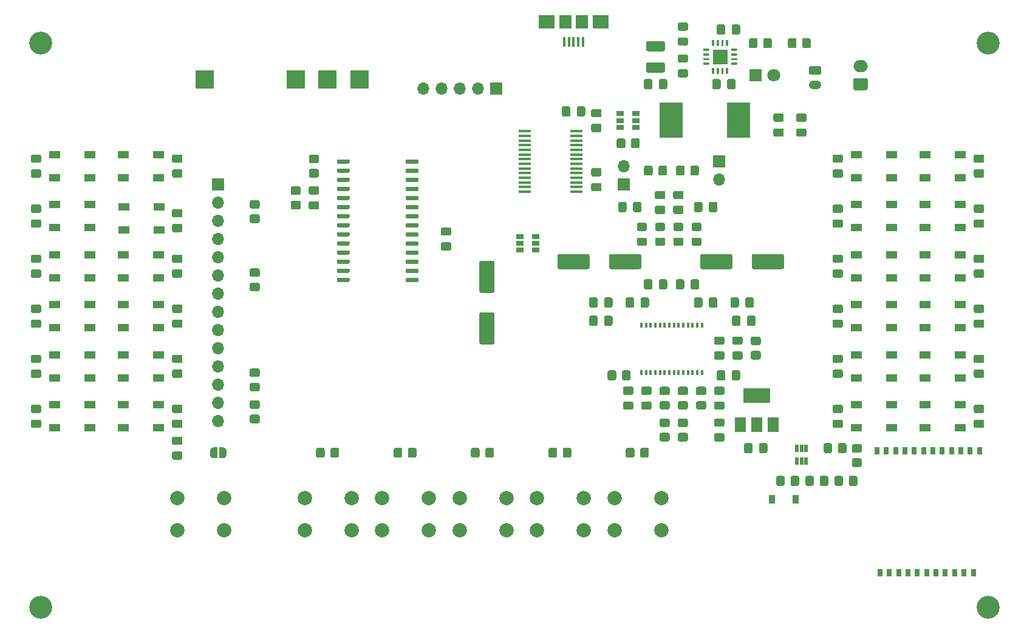
<source format=gbr>
%TF.GenerationSoftware,KiCad,Pcbnew,(5.1.8)-1*%
%TF.CreationDate,2021-03-09T15:18:23+01:00*%
%TF.ProjectId,schema_v1,73636865-6d61-45f7-9631-2e6b69636164,rev?*%
%TF.SameCoordinates,Original*%
%TF.FileFunction,Soldermask,Top*%
%TF.FilePolarity,Negative*%
%FSLAX46Y46*%
G04 Gerber Fmt 4.6, Leading zero omitted, Abs format (unit mm)*
G04 Created by KiCad (PCBNEW (5.1.8)-1) date 2021-03-09 15:18:23*
%MOMM*%
%LPD*%
G01*
G04 APERTURE LIST*
%ADD10R,0.900000X1.200000*%
%ADD11R,3.250000X5.000000*%
%ADD12R,2.500000X2.500000*%
%ADD13R,0.470000X1.000000*%
%ADD14C,3.200000*%
%ADD15R,0.400000X1.400000*%
%ADD16R,2.300000X1.900000*%
%ADD17R,1.800000X1.900000*%
%ADD18R,1.060000X0.650000*%
%ADD19R,2.100000X2.100000*%
%ADD20R,0.300000X0.750000*%
%ADD21O,1.700000X1.700000*%
%ADD22R,1.700000X1.700000*%
%ADD23R,0.700000X1.100000*%
%ADD24R,3.800000X2.000000*%
%ADD25R,1.500000X2.000000*%
%ADD26R,1.750000X0.450000*%
%ADD27O,2.000000X1.700000*%
%ADD28C,2.000000*%
%ADD29C,0.100000*%
%ADD30R,1.500000X1.000000*%
%ADD31C,1.800000*%
%ADD32R,1.800000X1.800000*%
%ADD33O,1.750000X1.200000*%
G04 APERTURE END LIST*
%TO.C,R10*%
G36*
G01*
X192424000Y-109670001D02*
X192424000Y-108769999D01*
G75*
G02*
X192673999Y-108520000I249999J0D01*
G01*
X193374001Y-108520000D01*
G75*
G02*
X193624000Y-108769999I0J-249999D01*
G01*
X193624000Y-109670001D01*
G75*
G02*
X193374001Y-109920000I-249999J0D01*
G01*
X192673999Y-109920000D01*
G75*
G02*
X192424000Y-109670001I0J249999D01*
G01*
G37*
G36*
G01*
X190424000Y-109670001D02*
X190424000Y-108769999D01*
G75*
G02*
X190673999Y-108520000I249999J0D01*
G01*
X191374001Y-108520000D01*
G75*
G02*
X191624000Y-108769999I0J-249999D01*
G01*
X191624000Y-109670001D01*
G75*
G02*
X191374001Y-109920000I-249999J0D01*
G01*
X190673999Y-109920000D01*
G75*
G02*
X190424000Y-109670001I0J249999D01*
G01*
G37*
%TD*%
%TO.C,R9*%
G36*
G01*
X195522001Y-109836000D02*
X194621999Y-109836000D01*
G75*
G02*
X194372000Y-109586001I0J249999D01*
G01*
X194372000Y-108885999D01*
G75*
G02*
X194621999Y-108636000I249999J0D01*
G01*
X195522001Y-108636000D01*
G75*
G02*
X195772000Y-108885999I0J-249999D01*
G01*
X195772000Y-109586001D01*
G75*
G02*
X195522001Y-109836000I-249999J0D01*
G01*
G37*
G36*
G01*
X195522001Y-111836000D02*
X194621999Y-111836000D01*
G75*
G02*
X194372000Y-111586001I0J249999D01*
G01*
X194372000Y-110885999D01*
G75*
G02*
X194621999Y-110636000I249999J0D01*
G01*
X195522001Y-110636000D01*
G75*
G02*
X195772000Y-110885999I0J-249999D01*
G01*
X195772000Y-111586001D01*
G75*
G02*
X195522001Y-111836000I-249999J0D01*
G01*
G37*
%TD*%
%TO.C,R8*%
G36*
G01*
X189884000Y-114242001D02*
X189884000Y-113341999D01*
G75*
G02*
X190133999Y-113092000I249999J0D01*
G01*
X190834001Y-113092000D01*
G75*
G02*
X191084000Y-113341999I0J-249999D01*
G01*
X191084000Y-114242001D01*
G75*
G02*
X190834001Y-114492000I-249999J0D01*
G01*
X190133999Y-114492000D01*
G75*
G02*
X189884000Y-114242001I0J249999D01*
G01*
G37*
G36*
G01*
X187884000Y-114242001D02*
X187884000Y-113341999D01*
G75*
G02*
X188133999Y-113092000I249999J0D01*
G01*
X188834001Y-113092000D01*
G75*
G02*
X189084000Y-113341999I0J-249999D01*
G01*
X189084000Y-114242001D01*
G75*
G02*
X188834001Y-114492000I-249999J0D01*
G01*
X188133999Y-114492000D01*
G75*
G02*
X187884000Y-114242001I0J249999D01*
G01*
G37*
%TD*%
%TO.C,R5*%
G36*
G01*
X193148000Y-113341999D02*
X193148000Y-114242001D01*
G75*
G02*
X192898001Y-114492000I-249999J0D01*
G01*
X192197999Y-114492000D01*
G75*
G02*
X191948000Y-114242001I0J249999D01*
G01*
X191948000Y-113341999D01*
G75*
G02*
X192197999Y-113092000I249999J0D01*
G01*
X192898001Y-113092000D01*
G75*
G02*
X193148000Y-113341999I0J-249999D01*
G01*
G37*
G36*
G01*
X195148000Y-113341999D02*
X195148000Y-114242001D01*
G75*
G02*
X194898001Y-114492000I-249999J0D01*
G01*
X194197999Y-114492000D01*
G75*
G02*
X193948000Y-114242001I0J249999D01*
G01*
X193948000Y-113341999D01*
G75*
G02*
X194197999Y-113092000I249999J0D01*
G01*
X194898001Y-113092000D01*
G75*
G02*
X195148000Y-113341999I0J-249999D01*
G01*
G37*
%TD*%
%TO.C,R3*%
G36*
G01*
X185820000Y-114242001D02*
X185820000Y-113341999D01*
G75*
G02*
X186069999Y-113092000I249999J0D01*
G01*
X186770001Y-113092000D01*
G75*
G02*
X187020000Y-113341999I0J-249999D01*
G01*
X187020000Y-114242001D01*
G75*
G02*
X186770001Y-114492000I-249999J0D01*
G01*
X186069999Y-114492000D01*
G75*
G02*
X185820000Y-114242001I0J249999D01*
G01*
G37*
G36*
G01*
X183820000Y-114242001D02*
X183820000Y-113341999D01*
G75*
G02*
X184069999Y-113092000I249999J0D01*
G01*
X184770001Y-113092000D01*
G75*
G02*
X185020000Y-113341999I0J-249999D01*
G01*
X185020000Y-114242001D01*
G75*
G02*
X184770001Y-114492000I-249999J0D01*
G01*
X184069999Y-114492000D01*
G75*
G02*
X183820000Y-114242001I0J249999D01*
G01*
G37*
%TD*%
D10*
%TO.C,D26*%
X183262000Y-116332000D03*
X186562000Y-116332000D03*
%TD*%
D11*
%TO.C,L8*%
X178562000Y-63420000D03*
X169164000Y-63420000D03*
%TD*%
D12*
%TO.C,REF\u002A\u002A*%
X104140000Y-57785000D03*
%TD*%
D13*
%TO.C,U1*%
X186690000Y-111020000D03*
X187990000Y-111020000D03*
X187340000Y-111020000D03*
X186690000Y-109220000D03*
X187340000Y-109220000D03*
X187990000Y-109220000D03*
%TD*%
D14*
%TO.C,REF\u002A\u002A*%
X81280000Y-52705000D03*
%TD*%
%TO.C,REF\u002A\u002A*%
X81280000Y-131445000D03*
%TD*%
%TO.C,REF\u002A\u002A*%
X213360000Y-131445000D03*
%TD*%
%TO.C,REF\u002A\u002A*%
X213360000Y-52705000D03*
%TD*%
D15*
%TO.C,J2*%
X156875000Y-52550000D03*
X156225000Y-52550000D03*
X155575000Y-52550000D03*
X154925000Y-52550000D03*
X154275000Y-52550000D03*
D16*
X159325000Y-49700000D03*
X151825000Y-49700000D03*
D17*
X156725000Y-49700000D03*
X154425000Y-49700000D03*
%TD*%
D18*
%TO.C,U14*%
X164295000Y-63500000D03*
X164295000Y-62550000D03*
X164295000Y-64450000D03*
X162095000Y-64450000D03*
X162095000Y-63500000D03*
X162095000Y-62550000D03*
%TD*%
D19*
%TO.C,U12*%
X176005000Y-54610000D03*
G36*
G01*
X174880000Y-53010000D02*
X174880000Y-52310000D01*
G75*
G02*
X174955000Y-52235000I75000J0D01*
G01*
X175105000Y-52235000D01*
G75*
G02*
X175180000Y-52310000I0J-75000D01*
G01*
X175180000Y-53010000D01*
G75*
G02*
X175105000Y-53085000I-75000J0D01*
G01*
X174955000Y-53085000D01*
G75*
G02*
X174880000Y-53010000I0J75000D01*
G01*
G37*
G36*
G01*
X175530000Y-53010000D02*
X175530000Y-52310000D01*
G75*
G02*
X175605000Y-52235000I75000J0D01*
G01*
X175755000Y-52235000D01*
G75*
G02*
X175830000Y-52310000I0J-75000D01*
G01*
X175830000Y-53010000D01*
G75*
G02*
X175755000Y-53085000I-75000J0D01*
G01*
X175605000Y-53085000D01*
G75*
G02*
X175530000Y-53010000I0J75000D01*
G01*
G37*
G36*
G01*
X176180000Y-53010000D02*
X176180000Y-52310000D01*
G75*
G02*
X176255000Y-52235000I75000J0D01*
G01*
X176405000Y-52235000D01*
G75*
G02*
X176480000Y-52310000I0J-75000D01*
G01*
X176480000Y-53010000D01*
G75*
G02*
X176405000Y-53085000I-75000J0D01*
G01*
X176255000Y-53085000D01*
G75*
G02*
X176180000Y-53010000I0J75000D01*
G01*
G37*
G36*
G01*
X176830000Y-53010000D02*
X176830000Y-52310000D01*
G75*
G02*
X176905000Y-52235000I75000J0D01*
G01*
X177055000Y-52235000D01*
G75*
G02*
X177130000Y-52310000I0J-75000D01*
G01*
X177130000Y-53010000D01*
G75*
G02*
X177055000Y-53085000I-75000J0D01*
G01*
X176905000Y-53085000D01*
G75*
G02*
X176830000Y-53010000I0J75000D01*
G01*
G37*
G36*
G01*
X177530000Y-53710000D02*
X177530000Y-53560000D01*
G75*
G02*
X177605000Y-53485000I75000J0D01*
G01*
X178305000Y-53485000D01*
G75*
G02*
X178380000Y-53560000I0J-75000D01*
G01*
X178380000Y-53710000D01*
G75*
G02*
X178305000Y-53785000I-75000J0D01*
G01*
X177605000Y-53785000D01*
G75*
G02*
X177530000Y-53710000I0J75000D01*
G01*
G37*
G36*
G01*
X177530000Y-54360000D02*
X177530000Y-54210000D01*
G75*
G02*
X177605000Y-54135000I75000J0D01*
G01*
X178305000Y-54135000D01*
G75*
G02*
X178380000Y-54210000I0J-75000D01*
G01*
X178380000Y-54360000D01*
G75*
G02*
X178305000Y-54435000I-75000J0D01*
G01*
X177605000Y-54435000D01*
G75*
G02*
X177530000Y-54360000I0J75000D01*
G01*
G37*
G36*
G01*
X177530000Y-55010000D02*
X177530000Y-54860000D01*
G75*
G02*
X177605000Y-54785000I75000J0D01*
G01*
X178305000Y-54785000D01*
G75*
G02*
X178380000Y-54860000I0J-75000D01*
G01*
X178380000Y-55010000D01*
G75*
G02*
X178305000Y-55085000I-75000J0D01*
G01*
X177605000Y-55085000D01*
G75*
G02*
X177530000Y-55010000I0J75000D01*
G01*
G37*
G36*
G01*
X177530000Y-55660000D02*
X177530000Y-55510000D01*
G75*
G02*
X177605000Y-55435000I75000J0D01*
G01*
X178305000Y-55435000D01*
G75*
G02*
X178380000Y-55510000I0J-75000D01*
G01*
X178380000Y-55660000D01*
G75*
G02*
X178305000Y-55735000I-75000J0D01*
G01*
X177605000Y-55735000D01*
G75*
G02*
X177530000Y-55660000I0J75000D01*
G01*
G37*
G36*
G01*
X176830000Y-56910000D02*
X176830000Y-56210000D01*
G75*
G02*
X176905000Y-56135000I75000J0D01*
G01*
X177055000Y-56135000D01*
G75*
G02*
X177130000Y-56210000I0J-75000D01*
G01*
X177130000Y-56910000D01*
G75*
G02*
X177055000Y-56985000I-75000J0D01*
G01*
X176905000Y-56985000D01*
G75*
G02*
X176830000Y-56910000I0J75000D01*
G01*
G37*
G36*
G01*
X176180000Y-56910000D02*
X176180000Y-56210000D01*
G75*
G02*
X176255000Y-56135000I75000J0D01*
G01*
X176405000Y-56135000D01*
G75*
G02*
X176480000Y-56210000I0J-75000D01*
G01*
X176480000Y-56910000D01*
G75*
G02*
X176405000Y-56985000I-75000J0D01*
G01*
X176255000Y-56985000D01*
G75*
G02*
X176180000Y-56910000I0J75000D01*
G01*
G37*
G36*
G01*
X175530000Y-56910000D02*
X175530000Y-56210000D01*
G75*
G02*
X175605000Y-56135000I75000J0D01*
G01*
X175755000Y-56135000D01*
G75*
G02*
X175830000Y-56210000I0J-75000D01*
G01*
X175830000Y-56910000D01*
G75*
G02*
X175755000Y-56985000I-75000J0D01*
G01*
X175605000Y-56985000D01*
G75*
G02*
X175530000Y-56910000I0J75000D01*
G01*
G37*
G36*
G01*
X174880000Y-56910000D02*
X174880000Y-56210000D01*
G75*
G02*
X174955000Y-56135000I75000J0D01*
G01*
X175105000Y-56135000D01*
G75*
G02*
X175180000Y-56210000I0J-75000D01*
G01*
X175180000Y-56910000D01*
G75*
G02*
X175105000Y-56985000I-75000J0D01*
G01*
X174955000Y-56985000D01*
G75*
G02*
X174880000Y-56910000I0J75000D01*
G01*
G37*
G36*
G01*
X173630000Y-55660000D02*
X173630000Y-55510000D01*
G75*
G02*
X173705000Y-55435000I75000J0D01*
G01*
X174405000Y-55435000D01*
G75*
G02*
X174480000Y-55510000I0J-75000D01*
G01*
X174480000Y-55660000D01*
G75*
G02*
X174405000Y-55735000I-75000J0D01*
G01*
X173705000Y-55735000D01*
G75*
G02*
X173630000Y-55660000I0J75000D01*
G01*
G37*
G36*
G01*
X173630000Y-55010000D02*
X173630000Y-54860000D01*
G75*
G02*
X173705000Y-54785000I75000J0D01*
G01*
X174405000Y-54785000D01*
G75*
G02*
X174480000Y-54860000I0J-75000D01*
G01*
X174480000Y-55010000D01*
G75*
G02*
X174405000Y-55085000I-75000J0D01*
G01*
X173705000Y-55085000D01*
G75*
G02*
X173630000Y-55010000I0J75000D01*
G01*
G37*
G36*
G01*
X173630000Y-54360000D02*
X173630000Y-54210000D01*
G75*
G02*
X173705000Y-54135000I75000J0D01*
G01*
X174405000Y-54135000D01*
G75*
G02*
X174480000Y-54210000I0J-75000D01*
G01*
X174480000Y-54360000D01*
G75*
G02*
X174405000Y-54435000I-75000J0D01*
G01*
X173705000Y-54435000D01*
G75*
G02*
X173630000Y-54360000I0J75000D01*
G01*
G37*
G36*
G01*
X173630000Y-53710000D02*
X173630000Y-53560000D01*
G75*
G02*
X173705000Y-53485000I75000J0D01*
G01*
X174405000Y-53485000D01*
G75*
G02*
X174480000Y-53560000I0J-75000D01*
G01*
X174480000Y-53710000D01*
G75*
G02*
X174405000Y-53785000I-75000J0D01*
G01*
X173705000Y-53785000D01*
G75*
G02*
X173630000Y-53710000I0J75000D01*
G01*
G37*
%TD*%
D20*
%TO.C,U11*%
X167620000Y-92095000D03*
X166320000Y-92095000D03*
X166970000Y-92095000D03*
X168270000Y-92095000D03*
X168920000Y-92095000D03*
X169570000Y-92095000D03*
X165670000Y-92095000D03*
X170870000Y-92095000D03*
X170220000Y-92095000D03*
X171520000Y-92095000D03*
X173470000Y-92095000D03*
X172170000Y-92095000D03*
X172820000Y-92095000D03*
X165020000Y-92095000D03*
X173470000Y-98695000D03*
X172820000Y-98695000D03*
X172170000Y-98695000D03*
X171520000Y-98695000D03*
X170870000Y-98695000D03*
X170220000Y-98695000D03*
X169570000Y-98695000D03*
X168920000Y-98695000D03*
X168270000Y-98695000D03*
X167620000Y-98695000D03*
X166970000Y-98695000D03*
X166320000Y-98695000D03*
X165670000Y-98695000D03*
X165020000Y-98695000D03*
%TD*%
D18*
%TO.C,U10*%
X150325000Y-80645000D03*
X150325000Y-79695000D03*
X150325000Y-81595000D03*
X148125000Y-81595000D03*
X148125000Y-80645000D03*
X148125000Y-79695000D03*
%TD*%
D21*
%TO.C,U9*%
X106045000Y-105410000D03*
X106045000Y-102870000D03*
X106045000Y-100330000D03*
X106045000Y-97790000D03*
X106045000Y-95250000D03*
X106045000Y-92710000D03*
X106045000Y-90170000D03*
X106045000Y-87630000D03*
X106045000Y-85090000D03*
X106045000Y-82550000D03*
X106045000Y-80010000D03*
X106045000Y-77470000D03*
X106045000Y-74930000D03*
D22*
X106045000Y-72390000D03*
%TD*%
D23*
%TO.C,U8*%
X208700000Y-126585000D03*
X210000000Y-126585000D03*
X211300000Y-126585000D03*
X207400000Y-126585000D03*
X206100000Y-126585000D03*
X204800000Y-126585000D03*
X203500000Y-126585000D03*
X202200000Y-126585000D03*
X200900000Y-126585000D03*
X199600000Y-126585000D03*
X198300000Y-126585000D03*
X197870000Y-109585000D03*
X199170000Y-109585000D03*
X200470000Y-109585000D03*
X201770000Y-109585000D03*
X203070000Y-109585000D03*
X204370000Y-109585000D03*
X205670000Y-109585000D03*
X206970000Y-109585000D03*
X208270000Y-109585000D03*
X209570000Y-109585000D03*
X210870000Y-109585000D03*
X212170000Y-109585000D03*
%TD*%
D24*
%TO.C,U6*%
X181100000Y-101854000D03*
D25*
X183400000Y-105965000D03*
X181100000Y-105965000D03*
X178800000Y-105965000D03*
%TD*%
D26*
%TO.C,U5*%
X156000000Y-64990000D03*
X156000000Y-65640000D03*
X156000000Y-66290000D03*
X156000000Y-66940000D03*
X156000000Y-67590000D03*
X156000000Y-68240000D03*
X156000000Y-68890000D03*
X156000000Y-69540000D03*
X156000000Y-70190000D03*
X156000000Y-70840000D03*
X156000000Y-71490000D03*
X156000000Y-72140000D03*
X156000000Y-72790000D03*
X156000000Y-73440000D03*
X148800000Y-73440000D03*
X148800000Y-72790000D03*
X148800000Y-72140000D03*
X148800000Y-71490000D03*
X148800000Y-70840000D03*
X148800000Y-70190000D03*
X148800000Y-69540000D03*
X148800000Y-68890000D03*
X148800000Y-68240000D03*
X148800000Y-67590000D03*
X148800000Y-66940000D03*
X148800000Y-66290000D03*
X148800000Y-65640000D03*
X148800000Y-64990000D03*
%TD*%
%TO.C,U2*%
G36*
G01*
X132170000Y-69365000D02*
X132170000Y-69065000D01*
G75*
G02*
X132320000Y-68915000I150000J0D01*
G01*
X133820000Y-68915000D01*
G75*
G02*
X133970000Y-69065000I0J-150000D01*
G01*
X133970000Y-69365000D01*
G75*
G02*
X133820000Y-69515000I-150000J0D01*
G01*
X132320000Y-69515000D01*
G75*
G02*
X132170000Y-69365000I0J150000D01*
G01*
G37*
G36*
G01*
X132170000Y-70635000D02*
X132170000Y-70335000D01*
G75*
G02*
X132320000Y-70185000I150000J0D01*
G01*
X133820000Y-70185000D01*
G75*
G02*
X133970000Y-70335000I0J-150000D01*
G01*
X133970000Y-70635000D01*
G75*
G02*
X133820000Y-70785000I-150000J0D01*
G01*
X132320000Y-70785000D01*
G75*
G02*
X132170000Y-70635000I0J150000D01*
G01*
G37*
G36*
G01*
X132170000Y-71905000D02*
X132170000Y-71605000D01*
G75*
G02*
X132320000Y-71455000I150000J0D01*
G01*
X133820000Y-71455000D01*
G75*
G02*
X133970000Y-71605000I0J-150000D01*
G01*
X133970000Y-71905000D01*
G75*
G02*
X133820000Y-72055000I-150000J0D01*
G01*
X132320000Y-72055000D01*
G75*
G02*
X132170000Y-71905000I0J150000D01*
G01*
G37*
G36*
G01*
X132170000Y-73175000D02*
X132170000Y-72875000D01*
G75*
G02*
X132320000Y-72725000I150000J0D01*
G01*
X133820000Y-72725000D01*
G75*
G02*
X133970000Y-72875000I0J-150000D01*
G01*
X133970000Y-73175000D01*
G75*
G02*
X133820000Y-73325000I-150000J0D01*
G01*
X132320000Y-73325000D01*
G75*
G02*
X132170000Y-73175000I0J150000D01*
G01*
G37*
G36*
G01*
X132170000Y-74445000D02*
X132170000Y-74145000D01*
G75*
G02*
X132320000Y-73995000I150000J0D01*
G01*
X133820000Y-73995000D01*
G75*
G02*
X133970000Y-74145000I0J-150000D01*
G01*
X133970000Y-74445000D01*
G75*
G02*
X133820000Y-74595000I-150000J0D01*
G01*
X132320000Y-74595000D01*
G75*
G02*
X132170000Y-74445000I0J150000D01*
G01*
G37*
G36*
G01*
X132170000Y-75715000D02*
X132170000Y-75415000D01*
G75*
G02*
X132320000Y-75265000I150000J0D01*
G01*
X133820000Y-75265000D01*
G75*
G02*
X133970000Y-75415000I0J-150000D01*
G01*
X133970000Y-75715000D01*
G75*
G02*
X133820000Y-75865000I-150000J0D01*
G01*
X132320000Y-75865000D01*
G75*
G02*
X132170000Y-75715000I0J150000D01*
G01*
G37*
G36*
G01*
X132170000Y-76985000D02*
X132170000Y-76685000D01*
G75*
G02*
X132320000Y-76535000I150000J0D01*
G01*
X133820000Y-76535000D01*
G75*
G02*
X133970000Y-76685000I0J-150000D01*
G01*
X133970000Y-76985000D01*
G75*
G02*
X133820000Y-77135000I-150000J0D01*
G01*
X132320000Y-77135000D01*
G75*
G02*
X132170000Y-76985000I0J150000D01*
G01*
G37*
G36*
G01*
X132170000Y-78255000D02*
X132170000Y-77955000D01*
G75*
G02*
X132320000Y-77805000I150000J0D01*
G01*
X133820000Y-77805000D01*
G75*
G02*
X133970000Y-77955000I0J-150000D01*
G01*
X133970000Y-78255000D01*
G75*
G02*
X133820000Y-78405000I-150000J0D01*
G01*
X132320000Y-78405000D01*
G75*
G02*
X132170000Y-78255000I0J150000D01*
G01*
G37*
G36*
G01*
X132170000Y-79525000D02*
X132170000Y-79225000D01*
G75*
G02*
X132320000Y-79075000I150000J0D01*
G01*
X133820000Y-79075000D01*
G75*
G02*
X133970000Y-79225000I0J-150000D01*
G01*
X133970000Y-79525000D01*
G75*
G02*
X133820000Y-79675000I-150000J0D01*
G01*
X132320000Y-79675000D01*
G75*
G02*
X132170000Y-79525000I0J150000D01*
G01*
G37*
G36*
G01*
X132170000Y-80795000D02*
X132170000Y-80495000D01*
G75*
G02*
X132320000Y-80345000I150000J0D01*
G01*
X133820000Y-80345000D01*
G75*
G02*
X133970000Y-80495000I0J-150000D01*
G01*
X133970000Y-80795000D01*
G75*
G02*
X133820000Y-80945000I-150000J0D01*
G01*
X132320000Y-80945000D01*
G75*
G02*
X132170000Y-80795000I0J150000D01*
G01*
G37*
G36*
G01*
X132170000Y-82065000D02*
X132170000Y-81765000D01*
G75*
G02*
X132320000Y-81615000I150000J0D01*
G01*
X133820000Y-81615000D01*
G75*
G02*
X133970000Y-81765000I0J-150000D01*
G01*
X133970000Y-82065000D01*
G75*
G02*
X133820000Y-82215000I-150000J0D01*
G01*
X132320000Y-82215000D01*
G75*
G02*
X132170000Y-82065000I0J150000D01*
G01*
G37*
G36*
G01*
X132170000Y-83335000D02*
X132170000Y-83035000D01*
G75*
G02*
X132320000Y-82885000I150000J0D01*
G01*
X133820000Y-82885000D01*
G75*
G02*
X133970000Y-83035000I0J-150000D01*
G01*
X133970000Y-83335000D01*
G75*
G02*
X133820000Y-83485000I-150000J0D01*
G01*
X132320000Y-83485000D01*
G75*
G02*
X132170000Y-83335000I0J150000D01*
G01*
G37*
G36*
G01*
X132170000Y-84605000D02*
X132170000Y-84305000D01*
G75*
G02*
X132320000Y-84155000I150000J0D01*
G01*
X133820000Y-84155000D01*
G75*
G02*
X133970000Y-84305000I0J-150000D01*
G01*
X133970000Y-84605000D01*
G75*
G02*
X133820000Y-84755000I-150000J0D01*
G01*
X132320000Y-84755000D01*
G75*
G02*
X132170000Y-84605000I0J150000D01*
G01*
G37*
G36*
G01*
X132170000Y-85875000D02*
X132170000Y-85575000D01*
G75*
G02*
X132320000Y-85425000I150000J0D01*
G01*
X133820000Y-85425000D01*
G75*
G02*
X133970000Y-85575000I0J-150000D01*
G01*
X133970000Y-85875000D01*
G75*
G02*
X133820000Y-86025000I-150000J0D01*
G01*
X132320000Y-86025000D01*
G75*
G02*
X132170000Y-85875000I0J150000D01*
G01*
G37*
G36*
G01*
X122570000Y-85875000D02*
X122570000Y-85575000D01*
G75*
G02*
X122720000Y-85425000I150000J0D01*
G01*
X124220000Y-85425000D01*
G75*
G02*
X124370000Y-85575000I0J-150000D01*
G01*
X124370000Y-85875000D01*
G75*
G02*
X124220000Y-86025000I-150000J0D01*
G01*
X122720000Y-86025000D01*
G75*
G02*
X122570000Y-85875000I0J150000D01*
G01*
G37*
G36*
G01*
X122570000Y-84605000D02*
X122570000Y-84305000D01*
G75*
G02*
X122720000Y-84155000I150000J0D01*
G01*
X124220000Y-84155000D01*
G75*
G02*
X124370000Y-84305000I0J-150000D01*
G01*
X124370000Y-84605000D01*
G75*
G02*
X124220000Y-84755000I-150000J0D01*
G01*
X122720000Y-84755000D01*
G75*
G02*
X122570000Y-84605000I0J150000D01*
G01*
G37*
G36*
G01*
X122570000Y-83335000D02*
X122570000Y-83035000D01*
G75*
G02*
X122720000Y-82885000I150000J0D01*
G01*
X124220000Y-82885000D01*
G75*
G02*
X124370000Y-83035000I0J-150000D01*
G01*
X124370000Y-83335000D01*
G75*
G02*
X124220000Y-83485000I-150000J0D01*
G01*
X122720000Y-83485000D01*
G75*
G02*
X122570000Y-83335000I0J150000D01*
G01*
G37*
G36*
G01*
X122570000Y-82065000D02*
X122570000Y-81765000D01*
G75*
G02*
X122720000Y-81615000I150000J0D01*
G01*
X124220000Y-81615000D01*
G75*
G02*
X124370000Y-81765000I0J-150000D01*
G01*
X124370000Y-82065000D01*
G75*
G02*
X124220000Y-82215000I-150000J0D01*
G01*
X122720000Y-82215000D01*
G75*
G02*
X122570000Y-82065000I0J150000D01*
G01*
G37*
G36*
G01*
X122570000Y-80795000D02*
X122570000Y-80495000D01*
G75*
G02*
X122720000Y-80345000I150000J0D01*
G01*
X124220000Y-80345000D01*
G75*
G02*
X124370000Y-80495000I0J-150000D01*
G01*
X124370000Y-80795000D01*
G75*
G02*
X124220000Y-80945000I-150000J0D01*
G01*
X122720000Y-80945000D01*
G75*
G02*
X122570000Y-80795000I0J150000D01*
G01*
G37*
G36*
G01*
X122570000Y-79525000D02*
X122570000Y-79225000D01*
G75*
G02*
X122720000Y-79075000I150000J0D01*
G01*
X124220000Y-79075000D01*
G75*
G02*
X124370000Y-79225000I0J-150000D01*
G01*
X124370000Y-79525000D01*
G75*
G02*
X124220000Y-79675000I-150000J0D01*
G01*
X122720000Y-79675000D01*
G75*
G02*
X122570000Y-79525000I0J150000D01*
G01*
G37*
G36*
G01*
X122570000Y-78255000D02*
X122570000Y-77955000D01*
G75*
G02*
X122720000Y-77805000I150000J0D01*
G01*
X124220000Y-77805000D01*
G75*
G02*
X124370000Y-77955000I0J-150000D01*
G01*
X124370000Y-78255000D01*
G75*
G02*
X124220000Y-78405000I-150000J0D01*
G01*
X122720000Y-78405000D01*
G75*
G02*
X122570000Y-78255000I0J150000D01*
G01*
G37*
G36*
G01*
X122570000Y-76985000D02*
X122570000Y-76685000D01*
G75*
G02*
X122720000Y-76535000I150000J0D01*
G01*
X124220000Y-76535000D01*
G75*
G02*
X124370000Y-76685000I0J-150000D01*
G01*
X124370000Y-76985000D01*
G75*
G02*
X124220000Y-77135000I-150000J0D01*
G01*
X122720000Y-77135000D01*
G75*
G02*
X122570000Y-76985000I0J150000D01*
G01*
G37*
G36*
G01*
X122570000Y-75715000D02*
X122570000Y-75415000D01*
G75*
G02*
X122720000Y-75265000I150000J0D01*
G01*
X124220000Y-75265000D01*
G75*
G02*
X124370000Y-75415000I0J-150000D01*
G01*
X124370000Y-75715000D01*
G75*
G02*
X124220000Y-75865000I-150000J0D01*
G01*
X122720000Y-75865000D01*
G75*
G02*
X122570000Y-75715000I0J150000D01*
G01*
G37*
G36*
G01*
X122570000Y-74445000D02*
X122570000Y-74145000D01*
G75*
G02*
X122720000Y-73995000I150000J0D01*
G01*
X124220000Y-73995000D01*
G75*
G02*
X124370000Y-74145000I0J-150000D01*
G01*
X124370000Y-74445000D01*
G75*
G02*
X124220000Y-74595000I-150000J0D01*
G01*
X122720000Y-74595000D01*
G75*
G02*
X122570000Y-74445000I0J150000D01*
G01*
G37*
G36*
G01*
X122570000Y-73175000D02*
X122570000Y-72875000D01*
G75*
G02*
X122720000Y-72725000I150000J0D01*
G01*
X124220000Y-72725000D01*
G75*
G02*
X124370000Y-72875000I0J-150000D01*
G01*
X124370000Y-73175000D01*
G75*
G02*
X124220000Y-73325000I-150000J0D01*
G01*
X122720000Y-73325000D01*
G75*
G02*
X122570000Y-73175000I0J150000D01*
G01*
G37*
G36*
G01*
X122570000Y-71905000D02*
X122570000Y-71605000D01*
G75*
G02*
X122720000Y-71455000I150000J0D01*
G01*
X124220000Y-71455000D01*
G75*
G02*
X124370000Y-71605000I0J-150000D01*
G01*
X124370000Y-71905000D01*
G75*
G02*
X124220000Y-72055000I-150000J0D01*
G01*
X122720000Y-72055000D01*
G75*
G02*
X122570000Y-71905000I0J150000D01*
G01*
G37*
G36*
G01*
X122570000Y-70635000D02*
X122570000Y-70335000D01*
G75*
G02*
X122720000Y-70185000I150000J0D01*
G01*
X124220000Y-70185000D01*
G75*
G02*
X124370000Y-70335000I0J-150000D01*
G01*
X124370000Y-70635000D01*
G75*
G02*
X124220000Y-70785000I-150000J0D01*
G01*
X122720000Y-70785000D01*
G75*
G02*
X122570000Y-70635000I0J150000D01*
G01*
G37*
G36*
G01*
X122570000Y-69365000D02*
X122570000Y-69065000D01*
G75*
G02*
X122720000Y-68915000I150000J0D01*
G01*
X124220000Y-68915000D01*
G75*
G02*
X124370000Y-69065000I0J-150000D01*
G01*
X124370000Y-69365000D01*
G75*
G02*
X124220000Y-69515000I-150000J0D01*
G01*
X122720000Y-69515000D01*
G75*
G02*
X122570000Y-69365000I0J150000D01*
G01*
G37*
%TD*%
D12*
%TO.C,TP7*%
X116840000Y-57785000D03*
%TD*%
%TO.C,TP6*%
X121285000Y-57785000D03*
%TD*%
%TO.C,TP2*%
X125730000Y-57785000D03*
%TD*%
D27*
%TO.C,SW9*%
X195580000Y-55920000D03*
G36*
G01*
X196330000Y-59270000D02*
X194830000Y-59270000D01*
G75*
G02*
X194580000Y-59020000I0J250000D01*
G01*
X194580000Y-57820000D01*
G75*
G02*
X194830000Y-57570000I250000J0D01*
G01*
X196330000Y-57570000D01*
G75*
G02*
X196580000Y-57820000I0J-250000D01*
G01*
X196580000Y-59020000D01*
G75*
G02*
X196330000Y-59270000I-250000J0D01*
G01*
G37*
%TD*%
D28*
%TO.C,SW7*%
X167790000Y-116205000D03*
X167790000Y-120705000D03*
X161290000Y-116205000D03*
X161290000Y-120705000D03*
%TD*%
%TO.C,SW6*%
X124610000Y-116205000D03*
X124610000Y-120705000D03*
X118110000Y-116205000D03*
X118110000Y-120705000D03*
%TD*%
%TO.C,SW5*%
X135405000Y-116205000D03*
X135405000Y-120705000D03*
X128905000Y-116205000D03*
X128905000Y-120705000D03*
%TD*%
%TO.C,SW4*%
X146200000Y-116205000D03*
X146200000Y-120705000D03*
X139700000Y-116205000D03*
X139700000Y-120705000D03*
%TD*%
%TO.C,SW3*%
X156995000Y-116205000D03*
X156995000Y-120705000D03*
X150495000Y-116205000D03*
X150495000Y-120705000D03*
%TD*%
%TO.C,SW1*%
X106830000Y-116205000D03*
X106830000Y-120705000D03*
X100330000Y-116205000D03*
X100330000Y-120705000D03*
%TD*%
%TO.C,R37*%
G36*
G01*
X166605000Y-70034999D02*
X166605000Y-70935001D01*
G75*
G02*
X166355001Y-71185000I-249999J0D01*
G01*
X165654999Y-71185000D01*
G75*
G02*
X165405000Y-70935001I0J249999D01*
G01*
X165405000Y-70034999D01*
G75*
G02*
X165654999Y-69785000I249999J0D01*
G01*
X166355001Y-69785000D01*
G75*
G02*
X166605000Y-70034999I0J-249999D01*
G01*
G37*
G36*
G01*
X168605000Y-70034999D02*
X168605000Y-70935001D01*
G75*
G02*
X168355001Y-71185000I-249999J0D01*
G01*
X167654999Y-71185000D01*
G75*
G02*
X167405000Y-70935001I0J249999D01*
G01*
X167405000Y-70034999D01*
G75*
G02*
X167654999Y-69785000I249999J0D01*
G01*
X168355001Y-69785000D01*
G75*
G02*
X168605000Y-70034999I0J-249999D01*
G01*
G37*
%TD*%
%TO.C,R36*%
G36*
G01*
X171050000Y-70034999D02*
X171050000Y-70935001D01*
G75*
G02*
X170800001Y-71185000I-249999J0D01*
G01*
X170099999Y-71185000D01*
G75*
G02*
X169850000Y-70935001I0J249999D01*
G01*
X169850000Y-70034999D01*
G75*
G02*
X170099999Y-69785000I249999J0D01*
G01*
X170800001Y-69785000D01*
G75*
G02*
X171050000Y-70034999I0J-249999D01*
G01*
G37*
G36*
G01*
X173050000Y-70034999D02*
X173050000Y-70935001D01*
G75*
G02*
X172800001Y-71185000I-249999J0D01*
G01*
X172099999Y-71185000D01*
G75*
G02*
X171850000Y-70935001I0J249999D01*
G01*
X171850000Y-70034999D01*
G75*
G02*
X172099999Y-69785000I249999J0D01*
G01*
X172800001Y-69785000D01*
G75*
G02*
X173050000Y-70034999I0J-249999D01*
G01*
G37*
%TD*%
%TO.C,R32*%
G36*
G01*
X163595000Y-67125001D02*
X163595000Y-66224999D01*
G75*
G02*
X163844999Y-65975000I249999J0D01*
G01*
X164545001Y-65975000D01*
G75*
G02*
X164795000Y-66224999I0J-249999D01*
G01*
X164795000Y-67125001D01*
G75*
G02*
X164545001Y-67375000I-249999J0D01*
G01*
X163844999Y-67375000D01*
G75*
G02*
X163595000Y-67125001I0J249999D01*
G01*
G37*
G36*
G01*
X161595000Y-67125001D02*
X161595000Y-66224999D01*
G75*
G02*
X161844999Y-65975000I249999J0D01*
G01*
X162545001Y-65975000D01*
G75*
G02*
X162795000Y-66224999I0J-249999D01*
G01*
X162795000Y-67125001D01*
G75*
G02*
X162545001Y-67375000I-249999J0D01*
G01*
X161844999Y-67375000D01*
G75*
G02*
X161595000Y-67125001I0J249999D01*
G01*
G37*
%TD*%
%TO.C,R31*%
G36*
G01*
X116389999Y-74695000D02*
X117290001Y-74695000D01*
G75*
G02*
X117540000Y-74944999I0J-249999D01*
G01*
X117540000Y-75645001D01*
G75*
G02*
X117290001Y-75895000I-249999J0D01*
G01*
X116389999Y-75895000D01*
G75*
G02*
X116140000Y-75645001I0J249999D01*
G01*
X116140000Y-74944999D01*
G75*
G02*
X116389999Y-74695000I249999J0D01*
G01*
G37*
G36*
G01*
X116389999Y-72695000D02*
X117290001Y-72695000D01*
G75*
G02*
X117540000Y-72944999I0J-249999D01*
G01*
X117540000Y-73645001D01*
G75*
G02*
X117290001Y-73895000I-249999J0D01*
G01*
X116389999Y-73895000D01*
G75*
G02*
X116140000Y-73645001I0J249999D01*
G01*
X116140000Y-72944999D01*
G75*
G02*
X116389999Y-72695000I249999J0D01*
G01*
G37*
%TD*%
%TO.C,R30*%
G36*
G01*
X118929999Y-70250000D02*
X119830001Y-70250000D01*
G75*
G02*
X120080000Y-70499999I0J-249999D01*
G01*
X120080000Y-71200001D01*
G75*
G02*
X119830001Y-71450000I-249999J0D01*
G01*
X118929999Y-71450000D01*
G75*
G02*
X118680000Y-71200001I0J249999D01*
G01*
X118680000Y-70499999D01*
G75*
G02*
X118929999Y-70250000I249999J0D01*
G01*
G37*
G36*
G01*
X118929999Y-68250000D02*
X119830001Y-68250000D01*
G75*
G02*
X120080000Y-68499999I0J-249999D01*
G01*
X120080000Y-69200001D01*
G75*
G02*
X119830001Y-69450000I-249999J0D01*
G01*
X118929999Y-69450000D01*
G75*
G02*
X118680000Y-69200001I0J249999D01*
G01*
X118680000Y-68499999D01*
G75*
G02*
X118929999Y-68250000I249999J0D01*
G01*
G37*
%TD*%
%TO.C,R29*%
G36*
G01*
X180524999Y-95650000D02*
X181425001Y-95650000D01*
G75*
G02*
X181675000Y-95899999I0J-249999D01*
G01*
X181675000Y-96600001D01*
G75*
G02*
X181425001Y-96850000I-249999J0D01*
G01*
X180524999Y-96850000D01*
G75*
G02*
X180275000Y-96600001I0J249999D01*
G01*
X180275000Y-95899999D01*
G75*
G02*
X180524999Y-95650000I249999J0D01*
G01*
G37*
G36*
G01*
X180524999Y-93650000D02*
X181425001Y-93650000D01*
G75*
G02*
X181675000Y-93899999I0J-249999D01*
G01*
X181675000Y-94600001D01*
G75*
G02*
X181425001Y-94850000I-249999J0D01*
G01*
X180524999Y-94850000D01*
G75*
G02*
X180275000Y-94600001I0J249999D01*
G01*
X180275000Y-93899999D01*
G75*
G02*
X180524999Y-93650000I249999J0D01*
G01*
G37*
%TD*%
%TO.C,R28*%
G36*
G01*
X161525000Y-98609999D02*
X161525000Y-99510001D01*
G75*
G02*
X161275001Y-99760000I-249999J0D01*
G01*
X160574999Y-99760000D01*
G75*
G02*
X160325000Y-99510001I0J249999D01*
G01*
X160325000Y-98609999D01*
G75*
G02*
X160574999Y-98360000I249999J0D01*
G01*
X161275001Y-98360000D01*
G75*
G02*
X161525000Y-98609999I0J-249999D01*
G01*
G37*
G36*
G01*
X163525000Y-98609999D02*
X163525000Y-99510001D01*
G75*
G02*
X163275001Y-99760000I-249999J0D01*
G01*
X162574999Y-99760000D01*
G75*
G02*
X162325000Y-99510001I0J249999D01*
G01*
X162325000Y-98609999D01*
G75*
G02*
X162574999Y-98360000I249999J0D01*
G01*
X163275001Y-98360000D01*
G75*
G02*
X163525000Y-98609999I0J-249999D01*
G01*
G37*
%TD*%
%TO.C,R27*%
G36*
G01*
X172904999Y-102635000D02*
X173805001Y-102635000D01*
G75*
G02*
X174055000Y-102884999I0J-249999D01*
G01*
X174055000Y-103585001D01*
G75*
G02*
X173805001Y-103835000I-249999J0D01*
G01*
X172904999Y-103835000D01*
G75*
G02*
X172655000Y-103585001I0J249999D01*
G01*
X172655000Y-102884999D01*
G75*
G02*
X172904999Y-102635000I249999J0D01*
G01*
G37*
G36*
G01*
X172904999Y-100635000D02*
X173805001Y-100635000D01*
G75*
G02*
X174055000Y-100884999I0J-249999D01*
G01*
X174055000Y-101585001D01*
G75*
G02*
X173805001Y-101835000I-249999J0D01*
G01*
X172904999Y-101835000D01*
G75*
G02*
X172655000Y-101585001I0J249999D01*
G01*
X172655000Y-100884999D01*
G75*
G02*
X172904999Y-100635000I249999J0D01*
G01*
G37*
%TD*%
%TO.C,R26*%
G36*
G01*
X167824999Y-102635000D02*
X168725001Y-102635000D01*
G75*
G02*
X168975000Y-102884999I0J-249999D01*
G01*
X168975000Y-103585001D01*
G75*
G02*
X168725001Y-103835000I-249999J0D01*
G01*
X167824999Y-103835000D01*
G75*
G02*
X167575000Y-103585001I0J249999D01*
G01*
X167575000Y-102884999D01*
G75*
G02*
X167824999Y-102635000I249999J0D01*
G01*
G37*
G36*
G01*
X167824999Y-100635000D02*
X168725001Y-100635000D01*
G75*
G02*
X168975000Y-100884999I0J-249999D01*
G01*
X168975000Y-101585001D01*
G75*
G02*
X168725001Y-101835000I-249999J0D01*
G01*
X167824999Y-101835000D01*
G75*
G02*
X167575000Y-101585001I0J249999D01*
G01*
X167575000Y-100884999D01*
G75*
G02*
X167824999Y-100635000I249999J0D01*
G01*
G37*
%TD*%
%TO.C,R25*%
G36*
G01*
X171265001Y-101835000D02*
X170364999Y-101835000D01*
G75*
G02*
X170115000Y-101585001I0J249999D01*
G01*
X170115000Y-100884999D01*
G75*
G02*
X170364999Y-100635000I249999J0D01*
G01*
X171265001Y-100635000D01*
G75*
G02*
X171515000Y-100884999I0J-249999D01*
G01*
X171515000Y-101585001D01*
G75*
G02*
X171265001Y-101835000I-249999J0D01*
G01*
G37*
G36*
G01*
X171265001Y-103835000D02*
X170364999Y-103835000D01*
G75*
G02*
X170115000Y-103585001I0J249999D01*
G01*
X170115000Y-102884999D01*
G75*
G02*
X170364999Y-102635000I249999J0D01*
G01*
X171265001Y-102635000D01*
G75*
G02*
X171515000Y-102884999I0J-249999D01*
G01*
X171515000Y-103585001D01*
G75*
G02*
X171265001Y-103835000I-249999J0D01*
G01*
G37*
%TD*%
%TO.C,R24*%
G36*
G01*
X170364999Y-107080000D02*
X171265001Y-107080000D01*
G75*
G02*
X171515000Y-107329999I0J-249999D01*
G01*
X171515000Y-108030001D01*
G75*
G02*
X171265001Y-108280000I-249999J0D01*
G01*
X170364999Y-108280000D01*
G75*
G02*
X170115000Y-108030001I0J249999D01*
G01*
X170115000Y-107329999D01*
G75*
G02*
X170364999Y-107080000I249999J0D01*
G01*
G37*
G36*
G01*
X170364999Y-105080000D02*
X171265001Y-105080000D01*
G75*
G02*
X171515000Y-105329999I0J-249999D01*
G01*
X171515000Y-106030001D01*
G75*
G02*
X171265001Y-106280000I-249999J0D01*
G01*
X170364999Y-106280000D01*
G75*
G02*
X170115000Y-106030001I0J249999D01*
G01*
X170115000Y-105329999D01*
G75*
G02*
X170364999Y-105080000I249999J0D01*
G01*
G37*
%TD*%
%TO.C,R23*%
G36*
G01*
X167824999Y-107080000D02*
X168725001Y-107080000D01*
G75*
G02*
X168975000Y-107329999I0J-249999D01*
G01*
X168975000Y-108030001D01*
G75*
G02*
X168725001Y-108280000I-249999J0D01*
G01*
X167824999Y-108280000D01*
G75*
G02*
X167575000Y-108030001I0J249999D01*
G01*
X167575000Y-107329999D01*
G75*
G02*
X167824999Y-107080000I249999J0D01*
G01*
G37*
G36*
G01*
X167824999Y-105080000D02*
X168725001Y-105080000D01*
G75*
G02*
X168975000Y-105329999I0J-249999D01*
G01*
X168975000Y-106030001D01*
G75*
G02*
X168725001Y-106280000I-249999J0D01*
G01*
X167824999Y-106280000D01*
G75*
G02*
X167575000Y-106030001I0J249999D01*
G01*
X167575000Y-105329999D01*
G75*
G02*
X167824999Y-105080000I249999J0D01*
G01*
G37*
%TD*%
%TO.C,R22*%
G36*
G01*
X164865000Y-110305001D02*
X164865000Y-109404999D01*
G75*
G02*
X165114999Y-109155000I249999J0D01*
G01*
X165815001Y-109155000D01*
G75*
G02*
X166065000Y-109404999I0J-249999D01*
G01*
X166065000Y-110305001D01*
G75*
G02*
X165815001Y-110555000I-249999J0D01*
G01*
X165114999Y-110555000D01*
G75*
G02*
X164865000Y-110305001I0J249999D01*
G01*
G37*
G36*
G01*
X162865000Y-110305001D02*
X162865000Y-109404999D01*
G75*
G02*
X163114999Y-109155000I249999J0D01*
G01*
X163815001Y-109155000D01*
G75*
G02*
X164065000Y-109404999I0J-249999D01*
G01*
X164065000Y-110305001D01*
G75*
G02*
X163815001Y-110555000I-249999J0D01*
G01*
X163114999Y-110555000D01*
G75*
G02*
X162865000Y-110305001I0J249999D01*
G01*
G37*
%TD*%
%TO.C,R20*%
G36*
G01*
X121685000Y-110305001D02*
X121685000Y-109404999D01*
G75*
G02*
X121934999Y-109155000I249999J0D01*
G01*
X122635001Y-109155000D01*
G75*
G02*
X122885000Y-109404999I0J-249999D01*
G01*
X122885000Y-110305001D01*
G75*
G02*
X122635001Y-110555000I-249999J0D01*
G01*
X121934999Y-110555000D01*
G75*
G02*
X121685000Y-110305001I0J249999D01*
G01*
G37*
G36*
G01*
X119685000Y-110305001D02*
X119685000Y-109404999D01*
G75*
G02*
X119934999Y-109155000I249999J0D01*
G01*
X120635001Y-109155000D01*
G75*
G02*
X120885000Y-109404999I0J-249999D01*
G01*
X120885000Y-110305001D01*
G75*
G02*
X120635001Y-110555000I-249999J0D01*
G01*
X119934999Y-110555000D01*
G75*
G02*
X119685000Y-110305001I0J249999D01*
G01*
G37*
%TD*%
%TO.C,R16*%
G36*
G01*
X132480000Y-110305001D02*
X132480000Y-109404999D01*
G75*
G02*
X132729999Y-109155000I249999J0D01*
G01*
X133430001Y-109155000D01*
G75*
G02*
X133680000Y-109404999I0J-249999D01*
G01*
X133680000Y-110305001D01*
G75*
G02*
X133430001Y-110555000I-249999J0D01*
G01*
X132729999Y-110555000D01*
G75*
G02*
X132480000Y-110305001I0J249999D01*
G01*
G37*
G36*
G01*
X130480000Y-110305001D02*
X130480000Y-109404999D01*
G75*
G02*
X130729999Y-109155000I249999J0D01*
G01*
X131430001Y-109155000D01*
G75*
G02*
X131680000Y-109404999I0J-249999D01*
G01*
X131680000Y-110305001D01*
G75*
G02*
X131430001Y-110555000I-249999J0D01*
G01*
X130729999Y-110555000D01*
G75*
G02*
X130480000Y-110305001I0J249999D01*
G01*
G37*
%TD*%
%TO.C,R14*%
G36*
G01*
X181210000Y-52254999D02*
X181210000Y-53155001D01*
G75*
G02*
X180960001Y-53405000I-249999J0D01*
G01*
X180259999Y-53405000D01*
G75*
G02*
X180010000Y-53155001I0J249999D01*
G01*
X180010000Y-52254999D01*
G75*
G02*
X180259999Y-52005000I249999J0D01*
G01*
X180960001Y-52005000D01*
G75*
G02*
X181210000Y-52254999I0J-249999D01*
G01*
G37*
G36*
G01*
X183210000Y-52254999D02*
X183210000Y-53155001D01*
G75*
G02*
X182960001Y-53405000I-249999J0D01*
G01*
X182259999Y-53405000D01*
G75*
G02*
X182010000Y-53155001I0J249999D01*
G01*
X182010000Y-52254999D01*
G75*
G02*
X182259999Y-52005000I249999J0D01*
G01*
X182960001Y-52005000D01*
G75*
G02*
X183210000Y-52254999I0J-249999D01*
G01*
G37*
%TD*%
%TO.C,R13*%
G36*
G01*
X143275000Y-110305001D02*
X143275000Y-109404999D01*
G75*
G02*
X143524999Y-109155000I249999J0D01*
G01*
X144225001Y-109155000D01*
G75*
G02*
X144475000Y-109404999I0J-249999D01*
G01*
X144475000Y-110305001D01*
G75*
G02*
X144225001Y-110555000I-249999J0D01*
G01*
X143524999Y-110555000D01*
G75*
G02*
X143275000Y-110305001I0J249999D01*
G01*
G37*
G36*
G01*
X141275000Y-110305001D02*
X141275000Y-109404999D01*
G75*
G02*
X141524999Y-109155000I249999J0D01*
G01*
X142225001Y-109155000D01*
G75*
G02*
X142475000Y-109404999I0J-249999D01*
G01*
X142475000Y-110305001D01*
G75*
G02*
X142225001Y-110555000I-249999J0D01*
G01*
X141524999Y-110555000D01*
G75*
G02*
X141275000Y-110305001I0J249999D01*
G01*
G37*
%TD*%
%TO.C,R11*%
G36*
G01*
X154070000Y-110305001D02*
X154070000Y-109404999D01*
G75*
G02*
X154319999Y-109155000I249999J0D01*
G01*
X155020001Y-109155000D01*
G75*
G02*
X155270000Y-109404999I0J-249999D01*
G01*
X155270000Y-110305001D01*
G75*
G02*
X155020001Y-110555000I-249999J0D01*
G01*
X154319999Y-110555000D01*
G75*
G02*
X154070000Y-110305001I0J249999D01*
G01*
G37*
G36*
G01*
X152070000Y-110305001D02*
X152070000Y-109404999D01*
G75*
G02*
X152319999Y-109155000I249999J0D01*
G01*
X153020001Y-109155000D01*
G75*
G02*
X153270000Y-109404999I0J-249999D01*
G01*
X153270000Y-110305001D01*
G75*
G02*
X153020001Y-110555000I-249999J0D01*
G01*
X152319999Y-110555000D01*
G75*
G02*
X152070000Y-110305001I0J249999D01*
G01*
G37*
%TD*%
%TO.C,R7*%
G36*
G01*
X110674999Y-86125000D02*
X111575001Y-86125000D01*
G75*
G02*
X111825000Y-86374999I0J-249999D01*
G01*
X111825000Y-87075001D01*
G75*
G02*
X111575001Y-87325000I-249999J0D01*
G01*
X110674999Y-87325000D01*
G75*
G02*
X110425000Y-87075001I0J249999D01*
G01*
X110425000Y-86374999D01*
G75*
G02*
X110674999Y-86125000I249999J0D01*
G01*
G37*
G36*
G01*
X110674999Y-84125000D02*
X111575001Y-84125000D01*
G75*
G02*
X111825000Y-84374999I0J-249999D01*
G01*
X111825000Y-85075001D01*
G75*
G02*
X111575001Y-85325000I-249999J0D01*
G01*
X110674999Y-85325000D01*
G75*
G02*
X110425000Y-85075001I0J249999D01*
G01*
X110425000Y-84374999D01*
G75*
G02*
X110674999Y-84125000I249999J0D01*
G01*
G37*
%TD*%
%TO.C,R6*%
G36*
G01*
X110674999Y-76600000D02*
X111575001Y-76600000D01*
G75*
G02*
X111825000Y-76849999I0J-249999D01*
G01*
X111825000Y-77550001D01*
G75*
G02*
X111575001Y-77800000I-249999J0D01*
G01*
X110674999Y-77800000D01*
G75*
G02*
X110425000Y-77550001I0J249999D01*
G01*
X110425000Y-76849999D01*
G75*
G02*
X110674999Y-76600000I249999J0D01*
G01*
G37*
G36*
G01*
X110674999Y-74600000D02*
X111575001Y-74600000D01*
G75*
G02*
X111825000Y-74849999I0J-249999D01*
G01*
X111825000Y-75550001D01*
G75*
G02*
X111575001Y-75800000I-249999J0D01*
G01*
X110674999Y-75800000D01*
G75*
G02*
X110425000Y-75550001I0J249999D01*
G01*
X110425000Y-74849999D01*
G75*
G02*
X110674999Y-74600000I249999J0D01*
G01*
G37*
%TD*%
%TO.C,R4*%
G36*
G01*
X110674999Y-100095000D02*
X111575001Y-100095000D01*
G75*
G02*
X111825000Y-100344999I0J-249999D01*
G01*
X111825000Y-101045001D01*
G75*
G02*
X111575001Y-101295000I-249999J0D01*
G01*
X110674999Y-101295000D01*
G75*
G02*
X110425000Y-101045001I0J249999D01*
G01*
X110425000Y-100344999D01*
G75*
G02*
X110674999Y-100095000I249999J0D01*
G01*
G37*
G36*
G01*
X110674999Y-98095000D02*
X111575001Y-98095000D01*
G75*
G02*
X111825000Y-98344999I0J-249999D01*
G01*
X111825000Y-99045001D01*
G75*
G02*
X111575001Y-99295000I-249999J0D01*
G01*
X110674999Y-99295000D01*
G75*
G02*
X110425000Y-99045001I0J249999D01*
G01*
X110425000Y-98344999D01*
G75*
G02*
X110674999Y-98095000I249999J0D01*
G01*
G37*
%TD*%
%TO.C,R2*%
G36*
G01*
X110674999Y-104540000D02*
X111575001Y-104540000D01*
G75*
G02*
X111825000Y-104789999I0J-249999D01*
G01*
X111825000Y-105490001D01*
G75*
G02*
X111575001Y-105740000I-249999J0D01*
G01*
X110674999Y-105740000D01*
G75*
G02*
X110425000Y-105490001I0J249999D01*
G01*
X110425000Y-104789999D01*
G75*
G02*
X110674999Y-104540000I249999J0D01*
G01*
G37*
G36*
G01*
X110674999Y-102540000D02*
X111575001Y-102540000D01*
G75*
G02*
X111825000Y-102789999I0J-249999D01*
G01*
X111825000Y-103490001D01*
G75*
G02*
X111575001Y-103740000I-249999J0D01*
G01*
X110674999Y-103740000D01*
G75*
G02*
X110425000Y-103490001I0J249999D01*
G01*
X110425000Y-102789999D01*
G75*
G02*
X110674999Y-102540000I249999J0D01*
G01*
G37*
%TD*%
%TO.C,R1*%
G36*
G01*
X186655000Y-52254999D02*
X186655000Y-53155001D01*
G75*
G02*
X186405001Y-53405000I-249999J0D01*
G01*
X185704999Y-53405000D01*
G75*
G02*
X185455000Y-53155001I0J249999D01*
G01*
X185455000Y-52254999D01*
G75*
G02*
X185704999Y-52005000I249999J0D01*
G01*
X186405001Y-52005000D01*
G75*
G02*
X186655000Y-52254999I0J-249999D01*
G01*
G37*
G36*
G01*
X188655000Y-52254999D02*
X188655000Y-53155001D01*
G75*
G02*
X188405001Y-53405000I-249999J0D01*
G01*
X187704999Y-53405000D01*
G75*
G02*
X187455000Y-53155001I0J249999D01*
G01*
X187455000Y-52254999D01*
G75*
G02*
X187704999Y-52005000I249999J0D01*
G01*
X188405001Y-52005000D01*
G75*
G02*
X188655000Y-52254999I0J-249999D01*
G01*
G37*
%TD*%
D21*
%TO.C,LS2*%
X175895000Y-71755000D03*
D22*
X175895000Y-69215000D03*
%TD*%
D21*
%TO.C,LS1*%
X162560000Y-69850000D03*
D22*
X162560000Y-72390000D03*
%TD*%
%TO.C,L6*%
G36*
G01*
X168080000Y-53835000D02*
X165930000Y-53835000D01*
G75*
G02*
X165680000Y-53585000I0J250000D01*
G01*
X165680000Y-52660000D01*
G75*
G02*
X165930000Y-52410000I250000J0D01*
G01*
X168080000Y-52410000D01*
G75*
G02*
X168330000Y-52660000I0J-250000D01*
G01*
X168330000Y-53585000D01*
G75*
G02*
X168080000Y-53835000I-250000J0D01*
G01*
G37*
G36*
G01*
X168080000Y-56810000D02*
X165930000Y-56810000D01*
G75*
G02*
X165680000Y-56560000I0J250000D01*
G01*
X165680000Y-55635000D01*
G75*
G02*
X165930000Y-55385000I250000J0D01*
G01*
X168080000Y-55385000D01*
G75*
G02*
X168330000Y-55635000I0J-250000D01*
G01*
X168330000Y-56560000D01*
G75*
G02*
X168080000Y-56810000I-250000J0D01*
G01*
G37*
%TD*%
%TO.C,L4*%
G36*
G01*
X173170001Y-78925000D02*
X172269999Y-78925000D01*
G75*
G02*
X172020000Y-78675001I0J249999D01*
G01*
X172020000Y-78024999D01*
G75*
G02*
X172269999Y-77775000I249999J0D01*
G01*
X173170001Y-77775000D01*
G75*
G02*
X173420000Y-78024999I0J-249999D01*
G01*
X173420000Y-78675001D01*
G75*
G02*
X173170001Y-78925000I-249999J0D01*
G01*
G37*
G36*
G01*
X173170001Y-80975000D02*
X172269999Y-80975000D01*
G75*
G02*
X172020000Y-80725001I0J249999D01*
G01*
X172020000Y-80074999D01*
G75*
G02*
X172269999Y-79825000I249999J0D01*
G01*
X173170001Y-79825000D01*
G75*
G02*
X173420000Y-80074999I0J-249999D01*
G01*
X173420000Y-80725001D01*
G75*
G02*
X173170001Y-80975000I-249999J0D01*
G01*
G37*
%TD*%
%TO.C,L3*%
G36*
G01*
X170630001Y-78925000D02*
X169729999Y-78925000D01*
G75*
G02*
X169480000Y-78675001I0J249999D01*
G01*
X169480000Y-78024999D01*
G75*
G02*
X169729999Y-77775000I249999J0D01*
G01*
X170630001Y-77775000D01*
G75*
G02*
X170880000Y-78024999I0J-249999D01*
G01*
X170880000Y-78675001D01*
G75*
G02*
X170630001Y-78925000I-249999J0D01*
G01*
G37*
G36*
G01*
X170630001Y-80975000D02*
X169729999Y-80975000D01*
G75*
G02*
X169480000Y-80725001I0J249999D01*
G01*
X169480000Y-80074999D01*
G75*
G02*
X169729999Y-79825000I249999J0D01*
G01*
X170630001Y-79825000D01*
G75*
G02*
X170880000Y-80074999I0J-249999D01*
G01*
X170880000Y-80725001D01*
G75*
G02*
X170630001Y-80975000I-249999J0D01*
G01*
G37*
%TD*%
%TO.C,L2*%
G36*
G01*
X168090001Y-78925000D02*
X167189999Y-78925000D01*
G75*
G02*
X166940000Y-78675001I0J249999D01*
G01*
X166940000Y-78024999D01*
G75*
G02*
X167189999Y-77775000I249999J0D01*
G01*
X168090001Y-77775000D01*
G75*
G02*
X168340000Y-78024999I0J-249999D01*
G01*
X168340000Y-78675001D01*
G75*
G02*
X168090001Y-78925000I-249999J0D01*
G01*
G37*
G36*
G01*
X168090001Y-80975000D02*
X167189999Y-80975000D01*
G75*
G02*
X166940000Y-80725001I0J249999D01*
G01*
X166940000Y-80074999D01*
G75*
G02*
X167189999Y-79825000I249999J0D01*
G01*
X168090001Y-79825000D01*
G75*
G02*
X168340000Y-80074999I0J-249999D01*
G01*
X168340000Y-80725001D01*
G75*
G02*
X168090001Y-80975000I-249999J0D01*
G01*
G37*
%TD*%
%TO.C,L1*%
G36*
G01*
X165550001Y-78925000D02*
X164649999Y-78925000D01*
G75*
G02*
X164400000Y-78675001I0J249999D01*
G01*
X164400000Y-78024999D01*
G75*
G02*
X164649999Y-77775000I249999J0D01*
G01*
X165550001Y-77775000D01*
G75*
G02*
X165800000Y-78024999I0J-249999D01*
G01*
X165800000Y-78675001D01*
G75*
G02*
X165550001Y-78925000I-249999J0D01*
G01*
G37*
G36*
G01*
X165550001Y-80975000D02*
X164649999Y-80975000D01*
G75*
G02*
X164400000Y-80725001I0J249999D01*
G01*
X164400000Y-80074999D01*
G75*
G02*
X164649999Y-79825000I249999J0D01*
G01*
X165550001Y-79825000D01*
G75*
G02*
X165800000Y-80074999I0J-249999D01*
G01*
X165800000Y-80725001D01*
G75*
G02*
X165550001Y-80975000I-249999J0D01*
G01*
G37*
%TD*%
D29*
%TO.C,JP1*%
G36*
X105395000Y-110604398D02*
G01*
X105370466Y-110604398D01*
X105321635Y-110599588D01*
X105273510Y-110590016D01*
X105226555Y-110575772D01*
X105181222Y-110556995D01*
X105137949Y-110533864D01*
X105097150Y-110506604D01*
X105059221Y-110475476D01*
X105024524Y-110440779D01*
X104993396Y-110402850D01*
X104966136Y-110362051D01*
X104943005Y-110318778D01*
X104924228Y-110273445D01*
X104909984Y-110226490D01*
X104900412Y-110178365D01*
X104895602Y-110129534D01*
X104895602Y-110105000D01*
X104895000Y-110105000D01*
X104895000Y-109605000D01*
X104895602Y-109605000D01*
X104895602Y-109580466D01*
X104900412Y-109531635D01*
X104909984Y-109483510D01*
X104924228Y-109436555D01*
X104943005Y-109391222D01*
X104966136Y-109347949D01*
X104993396Y-109307150D01*
X105024524Y-109269221D01*
X105059221Y-109234524D01*
X105097150Y-109203396D01*
X105137949Y-109176136D01*
X105181222Y-109153005D01*
X105226555Y-109134228D01*
X105273510Y-109119984D01*
X105321635Y-109110412D01*
X105370466Y-109105602D01*
X105395000Y-109105602D01*
X105395000Y-109105000D01*
X105895000Y-109105000D01*
X105895000Y-110605000D01*
X105395000Y-110605000D01*
X105395000Y-110604398D01*
G37*
G36*
X106195000Y-109105000D02*
G01*
X106695000Y-109105000D01*
X106695000Y-109105602D01*
X106719534Y-109105602D01*
X106768365Y-109110412D01*
X106816490Y-109119984D01*
X106863445Y-109134228D01*
X106908778Y-109153005D01*
X106952051Y-109176136D01*
X106992850Y-109203396D01*
X107030779Y-109234524D01*
X107065476Y-109269221D01*
X107096604Y-109307150D01*
X107123864Y-109347949D01*
X107146995Y-109391222D01*
X107165772Y-109436555D01*
X107180016Y-109483510D01*
X107189588Y-109531635D01*
X107194398Y-109580466D01*
X107194398Y-109605000D01*
X107195000Y-109605000D01*
X107195000Y-110105000D01*
X107194398Y-110105000D01*
X107194398Y-110129534D01*
X107189588Y-110178365D01*
X107180016Y-110226490D01*
X107165772Y-110273445D01*
X107146995Y-110318778D01*
X107123864Y-110362051D01*
X107096604Y-110402850D01*
X107065476Y-110440779D01*
X107030779Y-110475476D01*
X106992850Y-110506604D01*
X106952051Y-110533864D01*
X106908778Y-110556995D01*
X106863445Y-110575772D01*
X106816490Y-110590016D01*
X106768365Y-110599588D01*
X106719534Y-110604398D01*
X106695000Y-110604398D01*
X106695000Y-110605000D01*
X106195000Y-110605000D01*
X106195000Y-109105000D01*
G37*
%TD*%
D22*
%TO.C,J1*%
X144780000Y-59055000D03*
D21*
X142240000Y-59055000D03*
X139700000Y-59055000D03*
X137160000Y-59055000D03*
X134620000Y-59055000D03*
%TD*%
D30*
%TO.C,D25*%
X92800000Y-68250000D03*
X92800000Y-71450000D03*
X97700000Y-68250000D03*
X97700000Y-71450000D03*
%TD*%
%TO.C,D24*%
X83275000Y-68250000D03*
X83275000Y-71450000D03*
X88175000Y-68250000D03*
X88175000Y-71450000D03*
%TD*%
%TO.C,D23*%
X204560000Y-68250000D03*
X204560000Y-71450000D03*
X209460000Y-68250000D03*
X209460000Y-71450000D03*
%TD*%
%TO.C,D22*%
X195035000Y-68250000D03*
X195035000Y-71450000D03*
X199935000Y-68250000D03*
X199935000Y-71450000D03*
%TD*%
%TO.C,D21*%
X92890000Y-75565000D03*
X92890000Y-78765000D03*
X97790000Y-75565000D03*
X97790000Y-78765000D03*
%TD*%
%TO.C,D20*%
X83275000Y-75235000D03*
X83275000Y-78435000D03*
X88175000Y-75235000D03*
X88175000Y-78435000D03*
%TD*%
%TO.C,D19*%
X204560000Y-75235000D03*
X204560000Y-78435000D03*
X209460000Y-75235000D03*
X209460000Y-78435000D03*
%TD*%
%TO.C,D18*%
X195035000Y-75235000D03*
X195035000Y-78435000D03*
X199935000Y-75235000D03*
X199935000Y-78435000D03*
%TD*%
%TO.C,D17*%
X92800000Y-82220000D03*
X92800000Y-85420000D03*
X97700000Y-82220000D03*
X97700000Y-85420000D03*
%TD*%
%TO.C,D16*%
X83275000Y-82220000D03*
X83275000Y-85420000D03*
X88175000Y-82220000D03*
X88175000Y-85420000D03*
%TD*%
%TO.C,D15*%
X204560000Y-82220000D03*
X204560000Y-85420000D03*
X209460000Y-82220000D03*
X209460000Y-85420000D03*
%TD*%
%TO.C,D14*%
X195035000Y-82220000D03*
X195035000Y-85420000D03*
X199935000Y-82220000D03*
X199935000Y-85420000D03*
%TD*%
%TO.C,D13*%
X92800000Y-89205000D03*
X92800000Y-92405000D03*
X97700000Y-89205000D03*
X97700000Y-92405000D03*
%TD*%
%TO.C,D12*%
X83275000Y-89205000D03*
X83275000Y-92405000D03*
X88175000Y-89205000D03*
X88175000Y-92405000D03*
%TD*%
%TO.C,D11*%
X204560000Y-89205000D03*
X204560000Y-92405000D03*
X209460000Y-89205000D03*
X209460000Y-92405000D03*
%TD*%
%TO.C,D10*%
X195035000Y-89205000D03*
X195035000Y-92405000D03*
X199935000Y-89205000D03*
X199935000Y-92405000D03*
%TD*%
%TO.C,D9*%
X92800000Y-96190000D03*
X92800000Y-99390000D03*
X97700000Y-96190000D03*
X97700000Y-99390000D03*
%TD*%
%TO.C,D8*%
X83275000Y-96190000D03*
X83275000Y-99390000D03*
X88175000Y-96190000D03*
X88175000Y-99390000D03*
%TD*%
%TO.C,D7*%
X204560000Y-96190000D03*
X204560000Y-99390000D03*
X209460000Y-96190000D03*
X209460000Y-99390000D03*
%TD*%
%TO.C,D6*%
X195035000Y-96190000D03*
X195035000Y-99390000D03*
X199935000Y-96190000D03*
X199935000Y-99390000D03*
%TD*%
%TO.C,D5*%
X92800000Y-103175000D03*
X92800000Y-106375000D03*
X97700000Y-103175000D03*
X97700000Y-106375000D03*
%TD*%
%TO.C,D4*%
X83275000Y-103175000D03*
X83275000Y-106375000D03*
X88175000Y-103175000D03*
X88175000Y-106375000D03*
%TD*%
%TO.C,D3*%
X204560000Y-103175000D03*
X204560000Y-106375000D03*
X209460000Y-103175000D03*
X209460000Y-106375000D03*
%TD*%
%TO.C,D2*%
X195035000Y-103175000D03*
X195035000Y-106375000D03*
X199935000Y-103175000D03*
X199935000Y-106375000D03*
%TD*%
D31*
%TO.C,D1*%
X183515000Y-57150000D03*
D32*
X180975000Y-57150000D03*
%TD*%
%TO.C,C47*%
G36*
G01*
X174440000Y-76040000D02*
X174440000Y-75090000D01*
G75*
G02*
X174690000Y-74840000I250000J0D01*
G01*
X175365000Y-74840000D01*
G75*
G02*
X175615000Y-75090000I0J-250000D01*
G01*
X175615000Y-76040000D01*
G75*
G02*
X175365000Y-76290000I-250000J0D01*
G01*
X174690000Y-76290000D01*
G75*
G02*
X174440000Y-76040000I0J250000D01*
G01*
G37*
G36*
G01*
X172365000Y-76040000D02*
X172365000Y-75090000D01*
G75*
G02*
X172615000Y-74840000I250000J0D01*
G01*
X173290000Y-74840000D01*
G75*
G02*
X173540000Y-75090000I0J-250000D01*
G01*
X173540000Y-76040000D01*
G75*
G02*
X173290000Y-76290000I-250000J0D01*
G01*
X172615000Y-76290000D01*
G75*
G02*
X172365000Y-76040000I0J250000D01*
G01*
G37*
%TD*%
%TO.C,C46*%
G36*
G01*
X169705000Y-75380000D02*
X170655000Y-75380000D01*
G75*
G02*
X170905000Y-75630000I0J-250000D01*
G01*
X170905000Y-76305000D01*
G75*
G02*
X170655000Y-76555000I-250000J0D01*
G01*
X169705000Y-76555000D01*
G75*
G02*
X169455000Y-76305000I0J250000D01*
G01*
X169455000Y-75630000D01*
G75*
G02*
X169705000Y-75380000I250000J0D01*
G01*
G37*
G36*
G01*
X169705000Y-73305000D02*
X170655000Y-73305000D01*
G75*
G02*
X170905000Y-73555000I0J-250000D01*
G01*
X170905000Y-74230000D01*
G75*
G02*
X170655000Y-74480000I-250000J0D01*
G01*
X169705000Y-74480000D01*
G75*
G02*
X169455000Y-74230000I0J250000D01*
G01*
X169455000Y-73555000D01*
G75*
G02*
X169705000Y-73305000I250000J0D01*
G01*
G37*
%TD*%
%TO.C,C45*%
G36*
G01*
X168115000Y-74480000D02*
X167165000Y-74480000D01*
G75*
G02*
X166915000Y-74230000I0J250000D01*
G01*
X166915000Y-73555000D01*
G75*
G02*
X167165000Y-73305000I250000J0D01*
G01*
X168115000Y-73305000D01*
G75*
G02*
X168365000Y-73555000I0J-250000D01*
G01*
X168365000Y-74230000D01*
G75*
G02*
X168115000Y-74480000I-250000J0D01*
G01*
G37*
G36*
G01*
X168115000Y-76555000D02*
X167165000Y-76555000D01*
G75*
G02*
X166915000Y-76305000I0J250000D01*
G01*
X166915000Y-75630000D01*
G75*
G02*
X167165000Y-75380000I250000J0D01*
G01*
X168115000Y-75380000D01*
G75*
G02*
X168365000Y-75630000I0J-250000D01*
G01*
X168365000Y-76305000D01*
G75*
G02*
X168115000Y-76555000I-250000J0D01*
G01*
G37*
%TD*%
%TO.C,C44*%
G36*
G01*
X163877500Y-76040000D02*
X163877500Y-75090000D01*
G75*
G02*
X164127500Y-74840000I250000J0D01*
G01*
X164802500Y-74840000D01*
G75*
G02*
X165052500Y-75090000I0J-250000D01*
G01*
X165052500Y-76040000D01*
G75*
G02*
X164802500Y-76290000I-250000J0D01*
G01*
X164127500Y-76290000D01*
G75*
G02*
X163877500Y-76040000I0J250000D01*
G01*
G37*
G36*
G01*
X161802500Y-76040000D02*
X161802500Y-75090000D01*
G75*
G02*
X162052500Y-74840000I250000J0D01*
G01*
X162727500Y-74840000D01*
G75*
G02*
X162977500Y-75090000I0J-250000D01*
G01*
X162977500Y-76040000D01*
G75*
G02*
X162727500Y-76290000I-250000J0D01*
G01*
X162052500Y-76290000D01*
G75*
G02*
X161802500Y-76040000I0J250000D01*
G01*
G37*
%TD*%
%TO.C,C43*%
G36*
G01*
X160525000Y-83985000D02*
X160525000Y-82385000D01*
G75*
G02*
X160775000Y-82135000I250000J0D01*
G01*
X164775000Y-82135000D01*
G75*
G02*
X165025000Y-82385000I0J-250000D01*
G01*
X165025000Y-83985000D01*
G75*
G02*
X164775000Y-84235000I-250000J0D01*
G01*
X160775000Y-84235000D01*
G75*
G02*
X160525000Y-83985000I0J250000D01*
G01*
G37*
G36*
G01*
X153325000Y-83985000D02*
X153325000Y-82385000D01*
G75*
G02*
X153575000Y-82135000I250000J0D01*
G01*
X157575000Y-82135000D01*
G75*
G02*
X157825000Y-82385000I0J-250000D01*
G01*
X157825000Y-83985000D01*
G75*
G02*
X157575000Y-84235000I-250000J0D01*
G01*
X153575000Y-84235000D01*
G75*
G02*
X153325000Y-83985000I0J250000D01*
G01*
G37*
%TD*%
%TO.C,C42*%
G36*
G01*
X177720000Y-82385000D02*
X177720000Y-83985000D01*
G75*
G02*
X177470000Y-84235000I-250000J0D01*
G01*
X173470000Y-84235000D01*
G75*
G02*
X173220000Y-83985000I0J250000D01*
G01*
X173220000Y-82385000D01*
G75*
G02*
X173470000Y-82135000I250000J0D01*
G01*
X177470000Y-82135000D01*
G75*
G02*
X177720000Y-82385000I0J-250000D01*
G01*
G37*
G36*
G01*
X184920000Y-82385000D02*
X184920000Y-83985000D01*
G75*
G02*
X184670000Y-84235000I-250000J0D01*
G01*
X180670000Y-84235000D01*
G75*
G02*
X180420000Y-83985000I0J250000D01*
G01*
X180420000Y-82385000D01*
G75*
G02*
X180670000Y-82135000I250000J0D01*
G01*
X184670000Y-82135000D01*
G75*
G02*
X184920000Y-82385000I0J-250000D01*
G01*
G37*
%TD*%
%TO.C,C41*%
G36*
G01*
X159835000Y-89375000D02*
X159835000Y-88425000D01*
G75*
G02*
X160085000Y-88175000I250000J0D01*
G01*
X160760000Y-88175000D01*
G75*
G02*
X161010000Y-88425000I0J-250000D01*
G01*
X161010000Y-89375000D01*
G75*
G02*
X160760000Y-89625000I-250000J0D01*
G01*
X160085000Y-89625000D01*
G75*
G02*
X159835000Y-89375000I0J250000D01*
G01*
G37*
G36*
G01*
X157760000Y-89375000D02*
X157760000Y-88425000D01*
G75*
G02*
X158010000Y-88175000I250000J0D01*
G01*
X158685000Y-88175000D01*
G75*
G02*
X158935000Y-88425000I0J-250000D01*
G01*
X158935000Y-89375000D01*
G75*
G02*
X158685000Y-89625000I-250000J0D01*
G01*
X158010000Y-89625000D01*
G75*
G02*
X157760000Y-89375000I0J250000D01*
G01*
G37*
%TD*%
%TO.C,C40*%
G36*
G01*
X178620000Y-88425000D02*
X178620000Y-89375000D01*
G75*
G02*
X178370000Y-89625000I-250000J0D01*
G01*
X177695000Y-89625000D01*
G75*
G02*
X177445000Y-89375000I0J250000D01*
G01*
X177445000Y-88425000D01*
G75*
G02*
X177695000Y-88175000I250000J0D01*
G01*
X178370000Y-88175000D01*
G75*
G02*
X178620000Y-88425000I0J-250000D01*
G01*
G37*
G36*
G01*
X180695000Y-88425000D02*
X180695000Y-89375000D01*
G75*
G02*
X180445000Y-89625000I-250000J0D01*
G01*
X179770000Y-89625000D01*
G75*
G02*
X179520000Y-89375000I0J250000D01*
G01*
X179520000Y-88425000D01*
G75*
G02*
X179770000Y-88175000I250000J0D01*
G01*
X180445000Y-88175000D01*
G75*
G02*
X180695000Y-88425000I0J-250000D01*
G01*
G37*
%TD*%
%TO.C,C39*%
G36*
G01*
X159835000Y-91915000D02*
X159835000Y-90965000D01*
G75*
G02*
X160085000Y-90715000I250000J0D01*
G01*
X160760000Y-90715000D01*
G75*
G02*
X161010000Y-90965000I0J-250000D01*
G01*
X161010000Y-91915000D01*
G75*
G02*
X160760000Y-92165000I-250000J0D01*
G01*
X160085000Y-92165000D01*
G75*
G02*
X159835000Y-91915000I0J250000D01*
G01*
G37*
G36*
G01*
X157760000Y-91915000D02*
X157760000Y-90965000D01*
G75*
G02*
X158010000Y-90715000I250000J0D01*
G01*
X158685000Y-90715000D01*
G75*
G02*
X158935000Y-90965000I0J-250000D01*
G01*
X158935000Y-91915000D01*
G75*
G02*
X158685000Y-92165000I-250000J0D01*
G01*
X158010000Y-92165000D01*
G75*
G02*
X157760000Y-91915000I0J250000D01*
G01*
G37*
%TD*%
%TO.C,C38*%
G36*
G01*
X164915000Y-89375000D02*
X164915000Y-88425000D01*
G75*
G02*
X165165000Y-88175000I250000J0D01*
G01*
X165840000Y-88175000D01*
G75*
G02*
X166090000Y-88425000I0J-250000D01*
G01*
X166090000Y-89375000D01*
G75*
G02*
X165840000Y-89625000I-250000J0D01*
G01*
X165165000Y-89625000D01*
G75*
G02*
X164915000Y-89375000I0J250000D01*
G01*
G37*
G36*
G01*
X162840000Y-89375000D02*
X162840000Y-88425000D01*
G75*
G02*
X163090000Y-88175000I250000J0D01*
G01*
X163765000Y-88175000D01*
G75*
G02*
X164015000Y-88425000I0J-250000D01*
G01*
X164015000Y-89375000D01*
G75*
G02*
X163765000Y-89625000I-250000J0D01*
G01*
X163090000Y-89625000D01*
G75*
G02*
X162840000Y-89375000I0J250000D01*
G01*
G37*
%TD*%
%TO.C,C37*%
G36*
G01*
X173540000Y-88425000D02*
X173540000Y-89375000D01*
G75*
G02*
X173290000Y-89625000I-250000J0D01*
G01*
X172615000Y-89625000D01*
G75*
G02*
X172365000Y-89375000I0J250000D01*
G01*
X172365000Y-88425000D01*
G75*
G02*
X172615000Y-88175000I250000J0D01*
G01*
X173290000Y-88175000D01*
G75*
G02*
X173540000Y-88425000I0J-250000D01*
G01*
G37*
G36*
G01*
X175615000Y-88425000D02*
X175615000Y-89375000D01*
G75*
G02*
X175365000Y-89625000I-250000J0D01*
G01*
X174690000Y-89625000D01*
G75*
G02*
X174440000Y-89375000I0J250000D01*
G01*
X174440000Y-88425000D01*
G75*
G02*
X174690000Y-88175000I250000J0D01*
G01*
X175365000Y-88175000D01*
G75*
G02*
X175615000Y-88425000I0J-250000D01*
G01*
G37*
%TD*%
%TO.C,C36*%
G36*
G01*
X171900000Y-86835000D02*
X171900000Y-85885000D01*
G75*
G02*
X172150000Y-85635000I250000J0D01*
G01*
X172825000Y-85635000D01*
G75*
G02*
X173075000Y-85885000I0J-250000D01*
G01*
X173075000Y-86835000D01*
G75*
G02*
X172825000Y-87085000I-250000J0D01*
G01*
X172150000Y-87085000D01*
G75*
G02*
X171900000Y-86835000I0J250000D01*
G01*
G37*
G36*
G01*
X169825000Y-86835000D02*
X169825000Y-85885000D01*
G75*
G02*
X170075000Y-85635000I250000J0D01*
G01*
X170750000Y-85635000D01*
G75*
G02*
X171000000Y-85885000I0J-250000D01*
G01*
X171000000Y-86835000D01*
G75*
G02*
X170750000Y-87085000I-250000J0D01*
G01*
X170075000Y-87085000D01*
G75*
G02*
X169825000Y-86835000I0J250000D01*
G01*
G37*
%TD*%
%TO.C,C35*%
G36*
G01*
X166555000Y-85885000D02*
X166555000Y-86835000D01*
G75*
G02*
X166305000Y-87085000I-250000J0D01*
G01*
X165630000Y-87085000D01*
G75*
G02*
X165380000Y-86835000I0J250000D01*
G01*
X165380000Y-85885000D01*
G75*
G02*
X165630000Y-85635000I250000J0D01*
G01*
X166305000Y-85635000D01*
G75*
G02*
X166555000Y-85885000I0J-250000D01*
G01*
G37*
G36*
G01*
X168630000Y-85885000D02*
X168630000Y-86835000D01*
G75*
G02*
X168380000Y-87085000I-250000J0D01*
G01*
X167705000Y-87085000D01*
G75*
G02*
X167455000Y-86835000I0J250000D01*
G01*
X167455000Y-85885000D01*
G75*
G02*
X167705000Y-85635000I250000J0D01*
G01*
X168380000Y-85635000D01*
G75*
G02*
X168630000Y-85885000I0J-250000D01*
G01*
G37*
%TD*%
%TO.C,C34*%
G36*
G01*
X178852500Y-90965000D02*
X178852500Y-91915000D01*
G75*
G02*
X178602500Y-92165000I-250000J0D01*
G01*
X177927500Y-92165000D01*
G75*
G02*
X177677500Y-91915000I0J250000D01*
G01*
X177677500Y-90965000D01*
G75*
G02*
X177927500Y-90715000I250000J0D01*
G01*
X178602500Y-90715000D01*
G75*
G02*
X178852500Y-90965000I0J-250000D01*
G01*
G37*
G36*
G01*
X180927500Y-90965000D02*
X180927500Y-91915000D01*
G75*
G02*
X180677500Y-92165000I-250000J0D01*
G01*
X180002500Y-92165000D01*
G75*
G02*
X179752500Y-91915000I0J250000D01*
G01*
X179752500Y-90965000D01*
G75*
G02*
X180002500Y-90715000I250000J0D01*
G01*
X180677500Y-90715000D01*
G75*
G02*
X180927500Y-90965000I0J-250000D01*
G01*
G37*
%TD*%
%TO.C,C33*%
G36*
G01*
X178910000Y-94800000D02*
X177960000Y-94800000D01*
G75*
G02*
X177710000Y-94550000I0J250000D01*
G01*
X177710000Y-93875000D01*
G75*
G02*
X177960000Y-93625000I250000J0D01*
G01*
X178910000Y-93625000D01*
G75*
G02*
X179160000Y-93875000I0J-250000D01*
G01*
X179160000Y-94550000D01*
G75*
G02*
X178910000Y-94800000I-250000J0D01*
G01*
G37*
G36*
G01*
X178910000Y-96875000D02*
X177960000Y-96875000D01*
G75*
G02*
X177710000Y-96625000I0J250000D01*
G01*
X177710000Y-95950000D01*
G75*
G02*
X177960000Y-95700000I250000J0D01*
G01*
X178910000Y-95700000D01*
G75*
G02*
X179160000Y-95950000I0J-250000D01*
G01*
X179160000Y-96625000D01*
G75*
G02*
X178910000Y-96875000I-250000J0D01*
G01*
G37*
%TD*%
%TO.C,C32*%
G36*
G01*
X175420000Y-95700000D02*
X176370000Y-95700000D01*
G75*
G02*
X176620000Y-95950000I0J-250000D01*
G01*
X176620000Y-96625000D01*
G75*
G02*
X176370000Y-96875000I-250000J0D01*
G01*
X175420000Y-96875000D01*
G75*
G02*
X175170000Y-96625000I0J250000D01*
G01*
X175170000Y-95950000D01*
G75*
G02*
X175420000Y-95700000I250000J0D01*
G01*
G37*
G36*
G01*
X175420000Y-93625000D02*
X176370000Y-93625000D01*
G75*
G02*
X176620000Y-93875000I0J-250000D01*
G01*
X176620000Y-94550000D01*
G75*
G02*
X176370000Y-94800000I-250000J0D01*
G01*
X175420000Y-94800000D01*
G75*
G02*
X175170000Y-94550000I0J250000D01*
G01*
X175170000Y-93875000D01*
G75*
G02*
X175420000Y-93625000I250000J0D01*
G01*
G37*
%TD*%
%TO.C,C31*%
G36*
G01*
X177615000Y-99535000D02*
X177615000Y-98585000D01*
G75*
G02*
X177865000Y-98335000I250000J0D01*
G01*
X178540000Y-98335000D01*
G75*
G02*
X178790000Y-98585000I0J-250000D01*
G01*
X178790000Y-99535000D01*
G75*
G02*
X178540000Y-99785000I-250000J0D01*
G01*
X177865000Y-99785000D01*
G75*
G02*
X177615000Y-99535000I0J250000D01*
G01*
G37*
G36*
G01*
X175540000Y-99535000D02*
X175540000Y-98585000D01*
G75*
G02*
X175790000Y-98335000I250000J0D01*
G01*
X176465000Y-98335000D01*
G75*
G02*
X176715000Y-98585000I0J-250000D01*
G01*
X176715000Y-99535000D01*
G75*
G02*
X176465000Y-99785000I-250000J0D01*
G01*
X175790000Y-99785000D01*
G75*
G02*
X175540000Y-99535000I0J250000D01*
G01*
G37*
%TD*%
%TO.C,C30*%
G36*
G01*
X162720000Y-102685000D02*
X163670000Y-102685000D01*
G75*
G02*
X163920000Y-102935000I0J-250000D01*
G01*
X163920000Y-103610000D01*
G75*
G02*
X163670000Y-103860000I-250000J0D01*
G01*
X162720000Y-103860000D01*
G75*
G02*
X162470000Y-103610000I0J250000D01*
G01*
X162470000Y-102935000D01*
G75*
G02*
X162720000Y-102685000I250000J0D01*
G01*
G37*
G36*
G01*
X162720000Y-100610000D02*
X163670000Y-100610000D01*
G75*
G02*
X163920000Y-100860000I0J-250000D01*
G01*
X163920000Y-101535000D01*
G75*
G02*
X163670000Y-101785000I-250000J0D01*
G01*
X162720000Y-101785000D01*
G75*
G02*
X162470000Y-101535000I0J250000D01*
G01*
X162470000Y-100860000D01*
G75*
G02*
X162720000Y-100610000I250000J0D01*
G01*
G37*
%TD*%
%TO.C,C29*%
G36*
G01*
X175420000Y-102685000D02*
X176370000Y-102685000D01*
G75*
G02*
X176620000Y-102935000I0J-250000D01*
G01*
X176620000Y-103610000D01*
G75*
G02*
X176370000Y-103860000I-250000J0D01*
G01*
X175420000Y-103860000D01*
G75*
G02*
X175170000Y-103610000I0J250000D01*
G01*
X175170000Y-102935000D01*
G75*
G02*
X175420000Y-102685000I250000J0D01*
G01*
G37*
G36*
G01*
X175420000Y-100610000D02*
X176370000Y-100610000D01*
G75*
G02*
X176620000Y-100860000I0J-250000D01*
G01*
X176620000Y-101535000D01*
G75*
G02*
X176370000Y-101785000I-250000J0D01*
G01*
X175420000Y-101785000D01*
G75*
G02*
X175170000Y-101535000I0J250000D01*
G01*
X175170000Y-100860000D01*
G75*
G02*
X175420000Y-100610000I250000J0D01*
G01*
G37*
%TD*%
%TO.C,C28*%
G36*
G01*
X165260000Y-102685000D02*
X166210000Y-102685000D01*
G75*
G02*
X166460000Y-102935000I0J-250000D01*
G01*
X166460000Y-103610000D01*
G75*
G02*
X166210000Y-103860000I-250000J0D01*
G01*
X165260000Y-103860000D01*
G75*
G02*
X165010000Y-103610000I0J250000D01*
G01*
X165010000Y-102935000D01*
G75*
G02*
X165260000Y-102685000I250000J0D01*
G01*
G37*
G36*
G01*
X165260000Y-100610000D02*
X166210000Y-100610000D01*
G75*
G02*
X166460000Y-100860000I0J-250000D01*
G01*
X166460000Y-101535000D01*
G75*
G02*
X166210000Y-101785000I-250000J0D01*
G01*
X165260000Y-101785000D01*
G75*
G02*
X165010000Y-101535000I0J250000D01*
G01*
X165010000Y-100860000D01*
G75*
G02*
X165260000Y-100610000I250000J0D01*
G01*
G37*
%TD*%
%TO.C,C27*%
G36*
G01*
X99855000Y-70300000D02*
X100805000Y-70300000D01*
G75*
G02*
X101055000Y-70550000I0J-250000D01*
G01*
X101055000Y-71225000D01*
G75*
G02*
X100805000Y-71475000I-250000J0D01*
G01*
X99855000Y-71475000D01*
G75*
G02*
X99605000Y-71225000I0J250000D01*
G01*
X99605000Y-70550000D01*
G75*
G02*
X99855000Y-70300000I250000J0D01*
G01*
G37*
G36*
G01*
X99855000Y-68225000D02*
X100805000Y-68225000D01*
G75*
G02*
X101055000Y-68475000I0J-250000D01*
G01*
X101055000Y-69150000D01*
G75*
G02*
X100805000Y-69400000I-250000J0D01*
G01*
X99855000Y-69400000D01*
G75*
G02*
X99605000Y-69150000I0J250000D01*
G01*
X99605000Y-68475000D01*
G75*
G02*
X99855000Y-68225000I250000J0D01*
G01*
G37*
%TD*%
%TO.C,C26*%
G36*
G01*
X80170000Y-70300000D02*
X81120000Y-70300000D01*
G75*
G02*
X81370000Y-70550000I0J-250000D01*
G01*
X81370000Y-71225000D01*
G75*
G02*
X81120000Y-71475000I-250000J0D01*
G01*
X80170000Y-71475000D01*
G75*
G02*
X79920000Y-71225000I0J250000D01*
G01*
X79920000Y-70550000D01*
G75*
G02*
X80170000Y-70300000I250000J0D01*
G01*
G37*
G36*
G01*
X80170000Y-68225000D02*
X81120000Y-68225000D01*
G75*
G02*
X81370000Y-68475000I0J-250000D01*
G01*
X81370000Y-69150000D01*
G75*
G02*
X81120000Y-69400000I-250000J0D01*
G01*
X80170000Y-69400000D01*
G75*
G02*
X79920000Y-69150000I0J250000D01*
G01*
X79920000Y-68475000D01*
G75*
G02*
X80170000Y-68225000I250000J0D01*
G01*
G37*
%TD*%
%TO.C,C25*%
G36*
G01*
X211615000Y-70300000D02*
X212565000Y-70300000D01*
G75*
G02*
X212815000Y-70550000I0J-250000D01*
G01*
X212815000Y-71225000D01*
G75*
G02*
X212565000Y-71475000I-250000J0D01*
G01*
X211615000Y-71475000D01*
G75*
G02*
X211365000Y-71225000I0J250000D01*
G01*
X211365000Y-70550000D01*
G75*
G02*
X211615000Y-70300000I250000J0D01*
G01*
G37*
G36*
G01*
X211615000Y-68225000D02*
X212565000Y-68225000D01*
G75*
G02*
X212815000Y-68475000I0J-250000D01*
G01*
X212815000Y-69150000D01*
G75*
G02*
X212565000Y-69400000I-250000J0D01*
G01*
X211615000Y-69400000D01*
G75*
G02*
X211365000Y-69150000I0J250000D01*
G01*
X211365000Y-68475000D01*
G75*
G02*
X211615000Y-68225000I250000J0D01*
G01*
G37*
%TD*%
%TO.C,C24*%
G36*
G01*
X191930000Y-70300000D02*
X192880000Y-70300000D01*
G75*
G02*
X193130000Y-70550000I0J-250000D01*
G01*
X193130000Y-71225000D01*
G75*
G02*
X192880000Y-71475000I-250000J0D01*
G01*
X191930000Y-71475000D01*
G75*
G02*
X191680000Y-71225000I0J250000D01*
G01*
X191680000Y-70550000D01*
G75*
G02*
X191930000Y-70300000I250000J0D01*
G01*
G37*
G36*
G01*
X191930000Y-68225000D02*
X192880000Y-68225000D01*
G75*
G02*
X193130000Y-68475000I0J-250000D01*
G01*
X193130000Y-69150000D01*
G75*
G02*
X192880000Y-69400000I-250000J0D01*
G01*
X191930000Y-69400000D01*
G75*
G02*
X191680000Y-69150000I0J250000D01*
G01*
X191680000Y-68475000D01*
G75*
G02*
X191930000Y-68225000I250000J0D01*
G01*
G37*
%TD*%
%TO.C,C23*%
G36*
G01*
X99855000Y-77920000D02*
X100805000Y-77920000D01*
G75*
G02*
X101055000Y-78170000I0J-250000D01*
G01*
X101055000Y-78845000D01*
G75*
G02*
X100805000Y-79095000I-250000J0D01*
G01*
X99855000Y-79095000D01*
G75*
G02*
X99605000Y-78845000I0J250000D01*
G01*
X99605000Y-78170000D01*
G75*
G02*
X99855000Y-77920000I250000J0D01*
G01*
G37*
G36*
G01*
X99855000Y-75845000D02*
X100805000Y-75845000D01*
G75*
G02*
X101055000Y-76095000I0J-250000D01*
G01*
X101055000Y-76770000D01*
G75*
G02*
X100805000Y-77020000I-250000J0D01*
G01*
X99855000Y-77020000D01*
G75*
G02*
X99605000Y-76770000I0J250000D01*
G01*
X99605000Y-76095000D01*
G75*
G02*
X99855000Y-75845000I250000J0D01*
G01*
G37*
%TD*%
%TO.C,C22*%
G36*
G01*
X80170000Y-77285000D02*
X81120000Y-77285000D01*
G75*
G02*
X81370000Y-77535000I0J-250000D01*
G01*
X81370000Y-78210000D01*
G75*
G02*
X81120000Y-78460000I-250000J0D01*
G01*
X80170000Y-78460000D01*
G75*
G02*
X79920000Y-78210000I0J250000D01*
G01*
X79920000Y-77535000D01*
G75*
G02*
X80170000Y-77285000I250000J0D01*
G01*
G37*
G36*
G01*
X80170000Y-75210000D02*
X81120000Y-75210000D01*
G75*
G02*
X81370000Y-75460000I0J-250000D01*
G01*
X81370000Y-76135000D01*
G75*
G02*
X81120000Y-76385000I-250000J0D01*
G01*
X80170000Y-76385000D01*
G75*
G02*
X79920000Y-76135000I0J250000D01*
G01*
X79920000Y-75460000D01*
G75*
G02*
X80170000Y-75210000I250000J0D01*
G01*
G37*
%TD*%
%TO.C,C21*%
G36*
G01*
X211615000Y-77285000D02*
X212565000Y-77285000D01*
G75*
G02*
X212815000Y-77535000I0J-250000D01*
G01*
X212815000Y-78210000D01*
G75*
G02*
X212565000Y-78460000I-250000J0D01*
G01*
X211615000Y-78460000D01*
G75*
G02*
X211365000Y-78210000I0J250000D01*
G01*
X211365000Y-77535000D01*
G75*
G02*
X211615000Y-77285000I250000J0D01*
G01*
G37*
G36*
G01*
X211615000Y-75210000D02*
X212565000Y-75210000D01*
G75*
G02*
X212815000Y-75460000I0J-250000D01*
G01*
X212815000Y-76135000D01*
G75*
G02*
X212565000Y-76385000I-250000J0D01*
G01*
X211615000Y-76385000D01*
G75*
G02*
X211365000Y-76135000I0J250000D01*
G01*
X211365000Y-75460000D01*
G75*
G02*
X211615000Y-75210000I250000J0D01*
G01*
G37*
%TD*%
%TO.C,C20*%
G36*
G01*
X191930000Y-77285000D02*
X192880000Y-77285000D01*
G75*
G02*
X193130000Y-77535000I0J-250000D01*
G01*
X193130000Y-78210000D01*
G75*
G02*
X192880000Y-78460000I-250000J0D01*
G01*
X191930000Y-78460000D01*
G75*
G02*
X191680000Y-78210000I0J250000D01*
G01*
X191680000Y-77535000D01*
G75*
G02*
X191930000Y-77285000I250000J0D01*
G01*
G37*
G36*
G01*
X191930000Y-75210000D02*
X192880000Y-75210000D01*
G75*
G02*
X193130000Y-75460000I0J-250000D01*
G01*
X193130000Y-76135000D01*
G75*
G02*
X192880000Y-76385000I-250000J0D01*
G01*
X191930000Y-76385000D01*
G75*
G02*
X191680000Y-76135000I0J250000D01*
G01*
X191680000Y-75460000D01*
G75*
G02*
X191930000Y-75210000I250000J0D01*
G01*
G37*
%TD*%
%TO.C,C19*%
G36*
G01*
X191930000Y-84270000D02*
X192880000Y-84270000D01*
G75*
G02*
X193130000Y-84520000I0J-250000D01*
G01*
X193130000Y-85195000D01*
G75*
G02*
X192880000Y-85445000I-250000J0D01*
G01*
X191930000Y-85445000D01*
G75*
G02*
X191680000Y-85195000I0J250000D01*
G01*
X191680000Y-84520000D01*
G75*
G02*
X191930000Y-84270000I250000J0D01*
G01*
G37*
G36*
G01*
X191930000Y-82195000D02*
X192880000Y-82195000D01*
G75*
G02*
X193130000Y-82445000I0J-250000D01*
G01*
X193130000Y-83120000D01*
G75*
G02*
X192880000Y-83370000I-250000J0D01*
G01*
X191930000Y-83370000D01*
G75*
G02*
X191680000Y-83120000I0J250000D01*
G01*
X191680000Y-82445000D01*
G75*
G02*
X191930000Y-82195000I250000J0D01*
G01*
G37*
%TD*%
%TO.C,C18*%
G36*
G01*
X99855000Y-84270000D02*
X100805000Y-84270000D01*
G75*
G02*
X101055000Y-84520000I0J-250000D01*
G01*
X101055000Y-85195000D01*
G75*
G02*
X100805000Y-85445000I-250000J0D01*
G01*
X99855000Y-85445000D01*
G75*
G02*
X99605000Y-85195000I0J250000D01*
G01*
X99605000Y-84520000D01*
G75*
G02*
X99855000Y-84270000I250000J0D01*
G01*
G37*
G36*
G01*
X99855000Y-82195000D02*
X100805000Y-82195000D01*
G75*
G02*
X101055000Y-82445000I0J-250000D01*
G01*
X101055000Y-83120000D01*
G75*
G02*
X100805000Y-83370000I-250000J0D01*
G01*
X99855000Y-83370000D01*
G75*
G02*
X99605000Y-83120000I0J250000D01*
G01*
X99605000Y-82445000D01*
G75*
G02*
X99855000Y-82195000I250000J0D01*
G01*
G37*
%TD*%
%TO.C,C17*%
G36*
G01*
X80170000Y-84270000D02*
X81120000Y-84270000D01*
G75*
G02*
X81370000Y-84520000I0J-250000D01*
G01*
X81370000Y-85195000D01*
G75*
G02*
X81120000Y-85445000I-250000J0D01*
G01*
X80170000Y-85445000D01*
G75*
G02*
X79920000Y-85195000I0J250000D01*
G01*
X79920000Y-84520000D01*
G75*
G02*
X80170000Y-84270000I250000J0D01*
G01*
G37*
G36*
G01*
X80170000Y-82195000D02*
X81120000Y-82195000D01*
G75*
G02*
X81370000Y-82445000I0J-250000D01*
G01*
X81370000Y-83120000D01*
G75*
G02*
X81120000Y-83370000I-250000J0D01*
G01*
X80170000Y-83370000D01*
G75*
G02*
X79920000Y-83120000I0J250000D01*
G01*
X79920000Y-82445000D01*
G75*
G02*
X80170000Y-82195000I250000J0D01*
G01*
G37*
%TD*%
%TO.C,C16*%
G36*
G01*
X211615000Y-84270000D02*
X212565000Y-84270000D01*
G75*
G02*
X212815000Y-84520000I0J-250000D01*
G01*
X212815000Y-85195000D01*
G75*
G02*
X212565000Y-85445000I-250000J0D01*
G01*
X211615000Y-85445000D01*
G75*
G02*
X211365000Y-85195000I0J250000D01*
G01*
X211365000Y-84520000D01*
G75*
G02*
X211615000Y-84270000I250000J0D01*
G01*
G37*
G36*
G01*
X211615000Y-82195000D02*
X212565000Y-82195000D01*
G75*
G02*
X212815000Y-82445000I0J-250000D01*
G01*
X212815000Y-83120000D01*
G75*
G02*
X212565000Y-83370000I-250000J0D01*
G01*
X211615000Y-83370000D01*
G75*
G02*
X211365000Y-83120000I0J250000D01*
G01*
X211365000Y-82445000D01*
G75*
G02*
X211615000Y-82195000I250000J0D01*
G01*
G37*
%TD*%
%TO.C,C15*%
G36*
G01*
X99855000Y-91255000D02*
X100805000Y-91255000D01*
G75*
G02*
X101055000Y-91505000I0J-250000D01*
G01*
X101055000Y-92180000D01*
G75*
G02*
X100805000Y-92430000I-250000J0D01*
G01*
X99855000Y-92430000D01*
G75*
G02*
X99605000Y-92180000I0J250000D01*
G01*
X99605000Y-91505000D01*
G75*
G02*
X99855000Y-91255000I250000J0D01*
G01*
G37*
G36*
G01*
X99855000Y-89180000D02*
X100805000Y-89180000D01*
G75*
G02*
X101055000Y-89430000I0J-250000D01*
G01*
X101055000Y-90105000D01*
G75*
G02*
X100805000Y-90355000I-250000J0D01*
G01*
X99855000Y-90355000D01*
G75*
G02*
X99605000Y-90105000I0J250000D01*
G01*
X99605000Y-89430000D01*
G75*
G02*
X99855000Y-89180000I250000J0D01*
G01*
G37*
%TD*%
%TO.C,C14*%
G36*
G01*
X80170000Y-91255000D02*
X81120000Y-91255000D01*
G75*
G02*
X81370000Y-91505000I0J-250000D01*
G01*
X81370000Y-92180000D01*
G75*
G02*
X81120000Y-92430000I-250000J0D01*
G01*
X80170000Y-92430000D01*
G75*
G02*
X79920000Y-92180000I0J250000D01*
G01*
X79920000Y-91505000D01*
G75*
G02*
X80170000Y-91255000I250000J0D01*
G01*
G37*
G36*
G01*
X80170000Y-89180000D02*
X81120000Y-89180000D01*
G75*
G02*
X81370000Y-89430000I0J-250000D01*
G01*
X81370000Y-90105000D01*
G75*
G02*
X81120000Y-90355000I-250000J0D01*
G01*
X80170000Y-90355000D01*
G75*
G02*
X79920000Y-90105000I0J250000D01*
G01*
X79920000Y-89430000D01*
G75*
G02*
X80170000Y-89180000I250000J0D01*
G01*
G37*
%TD*%
%TO.C,C13*%
G36*
G01*
X211615000Y-91255000D02*
X212565000Y-91255000D01*
G75*
G02*
X212815000Y-91505000I0J-250000D01*
G01*
X212815000Y-92180000D01*
G75*
G02*
X212565000Y-92430000I-250000J0D01*
G01*
X211615000Y-92430000D01*
G75*
G02*
X211365000Y-92180000I0J250000D01*
G01*
X211365000Y-91505000D01*
G75*
G02*
X211615000Y-91255000I250000J0D01*
G01*
G37*
G36*
G01*
X211615000Y-89180000D02*
X212565000Y-89180000D01*
G75*
G02*
X212815000Y-89430000I0J-250000D01*
G01*
X212815000Y-90105000D01*
G75*
G02*
X212565000Y-90355000I-250000J0D01*
G01*
X211615000Y-90355000D01*
G75*
G02*
X211365000Y-90105000I0J250000D01*
G01*
X211365000Y-89430000D01*
G75*
G02*
X211615000Y-89180000I250000J0D01*
G01*
G37*
%TD*%
%TO.C,C12*%
G36*
G01*
X191930000Y-91255000D02*
X192880000Y-91255000D01*
G75*
G02*
X193130000Y-91505000I0J-250000D01*
G01*
X193130000Y-92180000D01*
G75*
G02*
X192880000Y-92430000I-250000J0D01*
G01*
X191930000Y-92430000D01*
G75*
G02*
X191680000Y-92180000I0J250000D01*
G01*
X191680000Y-91505000D01*
G75*
G02*
X191930000Y-91255000I250000J0D01*
G01*
G37*
G36*
G01*
X191930000Y-89180000D02*
X192880000Y-89180000D01*
G75*
G02*
X193130000Y-89430000I0J-250000D01*
G01*
X193130000Y-90105000D01*
G75*
G02*
X192880000Y-90355000I-250000J0D01*
G01*
X191930000Y-90355000D01*
G75*
G02*
X191680000Y-90105000I0J250000D01*
G01*
X191680000Y-89430000D01*
G75*
G02*
X191930000Y-89180000I250000J0D01*
G01*
G37*
%TD*%
%TO.C,C11*%
G36*
G01*
X99855000Y-98240000D02*
X100805000Y-98240000D01*
G75*
G02*
X101055000Y-98490000I0J-250000D01*
G01*
X101055000Y-99165000D01*
G75*
G02*
X100805000Y-99415000I-250000J0D01*
G01*
X99855000Y-99415000D01*
G75*
G02*
X99605000Y-99165000I0J250000D01*
G01*
X99605000Y-98490000D01*
G75*
G02*
X99855000Y-98240000I250000J0D01*
G01*
G37*
G36*
G01*
X99855000Y-96165000D02*
X100805000Y-96165000D01*
G75*
G02*
X101055000Y-96415000I0J-250000D01*
G01*
X101055000Y-97090000D01*
G75*
G02*
X100805000Y-97340000I-250000J0D01*
G01*
X99855000Y-97340000D01*
G75*
G02*
X99605000Y-97090000I0J250000D01*
G01*
X99605000Y-96415000D01*
G75*
G02*
X99855000Y-96165000I250000J0D01*
G01*
G37*
%TD*%
%TO.C,c10*%
G36*
G01*
X170340000Y-56330000D02*
X171290000Y-56330000D01*
G75*
G02*
X171540000Y-56580000I0J-250000D01*
G01*
X171540000Y-57255000D01*
G75*
G02*
X171290000Y-57505000I-250000J0D01*
G01*
X170340000Y-57505000D01*
G75*
G02*
X170090000Y-57255000I0J250000D01*
G01*
X170090000Y-56580000D01*
G75*
G02*
X170340000Y-56330000I250000J0D01*
G01*
G37*
G36*
G01*
X170340000Y-54255000D02*
X171290000Y-54255000D01*
G75*
G02*
X171540000Y-54505000I0J-250000D01*
G01*
X171540000Y-55180000D01*
G75*
G02*
X171290000Y-55430000I-250000J0D01*
G01*
X170340000Y-55430000D01*
G75*
G02*
X170090000Y-55180000I0J250000D01*
G01*
X170090000Y-54505000D01*
G75*
G02*
X170340000Y-54255000I250000J0D01*
G01*
G37*
%TD*%
%TO.C,C10*%
G36*
G01*
X80170000Y-98240000D02*
X81120000Y-98240000D01*
G75*
G02*
X81370000Y-98490000I0J-250000D01*
G01*
X81370000Y-99165000D01*
G75*
G02*
X81120000Y-99415000I-250000J0D01*
G01*
X80170000Y-99415000D01*
G75*
G02*
X79920000Y-99165000I0J250000D01*
G01*
X79920000Y-98490000D01*
G75*
G02*
X80170000Y-98240000I250000J0D01*
G01*
G37*
G36*
G01*
X80170000Y-96165000D02*
X81120000Y-96165000D01*
G75*
G02*
X81370000Y-96415000I0J-250000D01*
G01*
X81370000Y-97090000D01*
G75*
G02*
X81120000Y-97340000I-250000J0D01*
G01*
X80170000Y-97340000D01*
G75*
G02*
X79920000Y-97090000I0J250000D01*
G01*
X79920000Y-96415000D01*
G75*
G02*
X80170000Y-96165000I250000J0D01*
G01*
G37*
%TD*%
%TO.C,c9*%
G36*
G01*
X177615000Y-51275000D02*
X177615000Y-50325000D01*
G75*
G02*
X177865000Y-50075000I250000J0D01*
G01*
X178540000Y-50075000D01*
G75*
G02*
X178790000Y-50325000I0J-250000D01*
G01*
X178790000Y-51275000D01*
G75*
G02*
X178540000Y-51525000I-250000J0D01*
G01*
X177865000Y-51525000D01*
G75*
G02*
X177615000Y-51275000I0J250000D01*
G01*
G37*
G36*
G01*
X175540000Y-51275000D02*
X175540000Y-50325000D01*
G75*
G02*
X175790000Y-50075000I250000J0D01*
G01*
X176465000Y-50075000D01*
G75*
G02*
X176715000Y-50325000I0J-250000D01*
G01*
X176715000Y-51275000D01*
G75*
G02*
X176465000Y-51525000I-250000J0D01*
G01*
X175790000Y-51525000D01*
G75*
G02*
X175540000Y-51275000I0J250000D01*
G01*
G37*
%TD*%
%TO.C,C9*%
G36*
G01*
X211615000Y-98240000D02*
X212565000Y-98240000D01*
G75*
G02*
X212815000Y-98490000I0J-250000D01*
G01*
X212815000Y-99165000D01*
G75*
G02*
X212565000Y-99415000I-250000J0D01*
G01*
X211615000Y-99415000D01*
G75*
G02*
X211365000Y-99165000I0J250000D01*
G01*
X211365000Y-98490000D01*
G75*
G02*
X211615000Y-98240000I250000J0D01*
G01*
G37*
G36*
G01*
X211615000Y-96165000D02*
X212565000Y-96165000D01*
G75*
G02*
X212815000Y-96415000I0J-250000D01*
G01*
X212815000Y-97090000D01*
G75*
G02*
X212565000Y-97340000I-250000J0D01*
G01*
X211615000Y-97340000D01*
G75*
G02*
X211365000Y-97090000I0J250000D01*
G01*
X211365000Y-96415000D01*
G75*
G02*
X211615000Y-96165000I250000J0D01*
G01*
G37*
%TD*%
%TO.C,C8*%
G36*
G01*
X191930000Y-98240000D02*
X192880000Y-98240000D01*
G75*
G02*
X193130000Y-98490000I0J-250000D01*
G01*
X193130000Y-99165000D01*
G75*
G02*
X192880000Y-99415000I-250000J0D01*
G01*
X191930000Y-99415000D01*
G75*
G02*
X191680000Y-99165000I0J250000D01*
G01*
X191680000Y-98490000D01*
G75*
G02*
X191930000Y-98240000I250000J0D01*
G01*
G37*
G36*
G01*
X191930000Y-96165000D02*
X192880000Y-96165000D01*
G75*
G02*
X193130000Y-96415000I0J-250000D01*
G01*
X193130000Y-97090000D01*
G75*
G02*
X192880000Y-97340000I-250000J0D01*
G01*
X191930000Y-97340000D01*
G75*
G02*
X191680000Y-97090000I0J250000D01*
G01*
X191680000Y-96415000D01*
G75*
G02*
X191930000Y-96165000I250000J0D01*
G01*
G37*
%TD*%
%TO.C,c8*%
G36*
G01*
X171290000Y-50985000D02*
X170340000Y-50985000D01*
G75*
G02*
X170090000Y-50735000I0J250000D01*
G01*
X170090000Y-50060000D01*
G75*
G02*
X170340000Y-49810000I250000J0D01*
G01*
X171290000Y-49810000D01*
G75*
G02*
X171540000Y-50060000I0J-250000D01*
G01*
X171540000Y-50735000D01*
G75*
G02*
X171290000Y-50985000I-250000J0D01*
G01*
G37*
G36*
G01*
X171290000Y-53060000D02*
X170340000Y-53060000D01*
G75*
G02*
X170090000Y-52810000I0J250000D01*
G01*
X170090000Y-52135000D01*
G75*
G02*
X170340000Y-51885000I250000J0D01*
G01*
X171290000Y-51885000D01*
G75*
G02*
X171540000Y-52135000I0J-250000D01*
G01*
X171540000Y-52810000D01*
G75*
G02*
X171290000Y-53060000I-250000J0D01*
G01*
G37*
%TD*%
%TO.C,C7*%
G36*
G01*
X99855000Y-105225000D02*
X100805000Y-105225000D01*
G75*
G02*
X101055000Y-105475000I0J-250000D01*
G01*
X101055000Y-106150000D01*
G75*
G02*
X100805000Y-106400000I-250000J0D01*
G01*
X99855000Y-106400000D01*
G75*
G02*
X99605000Y-106150000I0J250000D01*
G01*
X99605000Y-105475000D01*
G75*
G02*
X99855000Y-105225000I250000J0D01*
G01*
G37*
G36*
G01*
X99855000Y-103150000D02*
X100805000Y-103150000D01*
G75*
G02*
X101055000Y-103400000I0J-250000D01*
G01*
X101055000Y-104075000D01*
G75*
G02*
X100805000Y-104325000I-250000J0D01*
G01*
X99855000Y-104325000D01*
G75*
G02*
X99605000Y-104075000I0J250000D01*
G01*
X99605000Y-103400000D01*
G75*
G02*
X99855000Y-103150000I250000J0D01*
G01*
G37*
%TD*%
%TO.C,c7*%
G36*
G01*
X176080000Y-57945000D02*
X176080000Y-58895000D01*
G75*
G02*
X175830000Y-59145000I-250000J0D01*
G01*
X175155000Y-59145000D01*
G75*
G02*
X174905000Y-58895000I0J250000D01*
G01*
X174905000Y-57945000D01*
G75*
G02*
X175155000Y-57695000I250000J0D01*
G01*
X175830000Y-57695000D01*
G75*
G02*
X176080000Y-57945000I0J-250000D01*
G01*
G37*
G36*
G01*
X178155000Y-57945000D02*
X178155000Y-58895000D01*
G75*
G02*
X177905000Y-59145000I-250000J0D01*
G01*
X177230000Y-59145000D01*
G75*
G02*
X176980000Y-58895000I0J250000D01*
G01*
X176980000Y-57945000D01*
G75*
G02*
X177230000Y-57695000I250000J0D01*
G01*
X177905000Y-57695000D01*
G75*
G02*
X178155000Y-57945000I0J-250000D01*
G01*
G37*
%TD*%
%TO.C,C6*%
G36*
G01*
X80170000Y-105225000D02*
X81120000Y-105225000D01*
G75*
G02*
X81370000Y-105475000I0J-250000D01*
G01*
X81370000Y-106150000D01*
G75*
G02*
X81120000Y-106400000I-250000J0D01*
G01*
X80170000Y-106400000D01*
G75*
G02*
X79920000Y-106150000I0J250000D01*
G01*
X79920000Y-105475000D01*
G75*
G02*
X80170000Y-105225000I250000J0D01*
G01*
G37*
G36*
G01*
X80170000Y-103150000D02*
X81120000Y-103150000D01*
G75*
G02*
X81370000Y-103400000I0J-250000D01*
G01*
X81370000Y-104075000D01*
G75*
G02*
X81120000Y-104325000I-250000J0D01*
G01*
X80170000Y-104325000D01*
G75*
G02*
X79920000Y-104075000I0J250000D01*
G01*
X79920000Y-103400000D01*
G75*
G02*
X80170000Y-103150000I250000J0D01*
G01*
G37*
%TD*%
%TO.C,C5*%
G36*
G01*
X211615000Y-105225000D02*
X212565000Y-105225000D01*
G75*
G02*
X212815000Y-105475000I0J-250000D01*
G01*
X212815000Y-106150000D01*
G75*
G02*
X212565000Y-106400000I-250000J0D01*
G01*
X211615000Y-106400000D01*
G75*
G02*
X211365000Y-106150000I0J250000D01*
G01*
X211365000Y-105475000D01*
G75*
G02*
X211615000Y-105225000I250000J0D01*
G01*
G37*
G36*
G01*
X211615000Y-103150000D02*
X212565000Y-103150000D01*
G75*
G02*
X212815000Y-103400000I0J-250000D01*
G01*
X212815000Y-104075000D01*
G75*
G02*
X212565000Y-104325000I-250000J0D01*
G01*
X211615000Y-104325000D01*
G75*
G02*
X211365000Y-104075000I0J250000D01*
G01*
X211365000Y-103400000D01*
G75*
G02*
X211615000Y-103150000I250000J0D01*
G01*
G37*
%TD*%
%TO.C,C4*%
G36*
G01*
X191930000Y-105225000D02*
X192880000Y-105225000D01*
G75*
G02*
X193130000Y-105475000I0J-250000D01*
G01*
X193130000Y-106150000D01*
G75*
G02*
X192880000Y-106400000I-250000J0D01*
G01*
X191930000Y-106400000D01*
G75*
G02*
X191680000Y-106150000I0J250000D01*
G01*
X191680000Y-105475000D01*
G75*
G02*
X191930000Y-105225000I250000J0D01*
G01*
G37*
G36*
G01*
X191930000Y-103150000D02*
X192880000Y-103150000D01*
G75*
G02*
X193130000Y-103400000I0J-250000D01*
G01*
X193130000Y-104075000D01*
G75*
G02*
X192880000Y-104325000I-250000J0D01*
G01*
X191930000Y-104325000D01*
G75*
G02*
X191680000Y-104075000I0J250000D01*
G01*
X191680000Y-103400000D01*
G75*
G02*
X191930000Y-103150000I250000J0D01*
G01*
G37*
%TD*%
%TO.C,C3*%
G36*
G01*
X144310000Y-87550000D02*
X142710000Y-87550000D01*
G75*
G02*
X142460000Y-87300000I0J250000D01*
G01*
X142460000Y-83300000D01*
G75*
G02*
X142710000Y-83050000I250000J0D01*
G01*
X144310000Y-83050000D01*
G75*
G02*
X144560000Y-83300000I0J-250000D01*
G01*
X144560000Y-87300000D01*
G75*
G02*
X144310000Y-87550000I-250000J0D01*
G01*
G37*
G36*
G01*
X144310000Y-94750000D02*
X142710000Y-94750000D01*
G75*
G02*
X142460000Y-94500000I0J250000D01*
G01*
X142460000Y-90500000D01*
G75*
G02*
X142710000Y-90250000I250000J0D01*
G01*
X144310000Y-90250000D01*
G75*
G02*
X144560000Y-90500000I0J-250000D01*
G01*
X144560000Y-94500000D01*
G75*
G02*
X144310000Y-94750000I-250000J0D01*
G01*
G37*
%TD*%
D33*
%TO.C,BT3*%
X189230000Y-58515000D03*
G36*
G01*
X188604999Y-55915000D02*
X189855001Y-55915000D01*
G75*
G02*
X190105000Y-56164999I0J-249999D01*
G01*
X190105000Y-56865001D01*
G75*
G02*
X189855001Y-57115000I-249999J0D01*
G01*
X188604999Y-57115000D01*
G75*
G02*
X188355000Y-56865001I0J249999D01*
G01*
X188355000Y-56164999D01*
G75*
G02*
X188604999Y-55915000I249999J0D01*
G01*
G37*
%TD*%
%TO.C,10uF11*%
G36*
G01*
X187800000Y-63685000D02*
X186850000Y-63685000D01*
G75*
G02*
X186600000Y-63435000I0J250000D01*
G01*
X186600000Y-62760000D01*
G75*
G02*
X186850000Y-62510000I250000J0D01*
G01*
X187800000Y-62510000D01*
G75*
G02*
X188050000Y-62760000I0J-250000D01*
G01*
X188050000Y-63435000D01*
G75*
G02*
X187800000Y-63685000I-250000J0D01*
G01*
G37*
G36*
G01*
X187800000Y-65760000D02*
X186850000Y-65760000D01*
G75*
G02*
X186600000Y-65510000I0J250000D01*
G01*
X186600000Y-64835000D01*
G75*
G02*
X186850000Y-64585000I250000J0D01*
G01*
X187800000Y-64585000D01*
G75*
G02*
X188050000Y-64835000I0J-250000D01*
G01*
X188050000Y-65510000D01*
G75*
G02*
X187800000Y-65760000I-250000J0D01*
G01*
G37*
%TD*%
%TO.C,10uF10*%
G36*
G01*
X184625000Y-63685000D02*
X183675000Y-63685000D01*
G75*
G02*
X183425000Y-63435000I0J250000D01*
G01*
X183425000Y-62760000D01*
G75*
G02*
X183675000Y-62510000I250000J0D01*
G01*
X184625000Y-62510000D01*
G75*
G02*
X184875000Y-62760000I0J-250000D01*
G01*
X184875000Y-63435000D01*
G75*
G02*
X184625000Y-63685000I-250000J0D01*
G01*
G37*
G36*
G01*
X184625000Y-65760000D02*
X183675000Y-65760000D01*
G75*
G02*
X183425000Y-65510000I0J250000D01*
G01*
X183425000Y-64835000D01*
G75*
G02*
X183675000Y-64585000I250000J0D01*
G01*
X184625000Y-64585000D01*
G75*
G02*
X184875000Y-64835000I0J-250000D01*
G01*
X184875000Y-65510000D01*
G75*
G02*
X184625000Y-65760000I-250000J0D01*
G01*
G37*
%TD*%
%TO.C,10uF9*%
G36*
G01*
X166555000Y-57945000D02*
X166555000Y-58895000D01*
G75*
G02*
X166305000Y-59145000I-250000J0D01*
G01*
X165630000Y-59145000D01*
G75*
G02*
X165380000Y-58895000I0J250000D01*
G01*
X165380000Y-57945000D01*
G75*
G02*
X165630000Y-57695000I250000J0D01*
G01*
X166305000Y-57695000D01*
G75*
G02*
X166555000Y-57945000I0J-250000D01*
G01*
G37*
G36*
G01*
X168630000Y-57945000D02*
X168630000Y-58895000D01*
G75*
G02*
X168380000Y-59145000I-250000J0D01*
G01*
X167705000Y-59145000D01*
G75*
G02*
X167455000Y-58895000I0J250000D01*
G01*
X167455000Y-57945000D01*
G75*
G02*
X167705000Y-57695000I250000J0D01*
G01*
X168380000Y-57695000D01*
G75*
G02*
X168630000Y-57945000I0J-250000D01*
G01*
G37*
%TD*%
%TO.C,10uF8*%
G36*
G01*
X159225000Y-63050000D02*
X158275000Y-63050000D01*
G75*
G02*
X158025000Y-62800000I0J250000D01*
G01*
X158025000Y-62125000D01*
G75*
G02*
X158275000Y-61875000I250000J0D01*
G01*
X159225000Y-61875000D01*
G75*
G02*
X159475000Y-62125000I0J-250000D01*
G01*
X159475000Y-62800000D01*
G75*
G02*
X159225000Y-63050000I-250000J0D01*
G01*
G37*
G36*
G01*
X159225000Y-65125000D02*
X158275000Y-65125000D01*
G75*
G02*
X158025000Y-64875000I0J250000D01*
G01*
X158025000Y-64200000D01*
G75*
G02*
X158275000Y-63950000I250000J0D01*
G01*
X159225000Y-63950000D01*
G75*
G02*
X159475000Y-64200000I0J-250000D01*
G01*
X159475000Y-64875000D01*
G75*
G02*
X159225000Y-65125000I-250000J0D01*
G01*
G37*
%TD*%
%TO.C,10uF7*%
G36*
G01*
X155125000Y-61755000D02*
X155125000Y-62705000D01*
G75*
G02*
X154875000Y-62955000I-250000J0D01*
G01*
X154200000Y-62955000D01*
G75*
G02*
X153950000Y-62705000I0J250000D01*
G01*
X153950000Y-61755000D01*
G75*
G02*
X154200000Y-61505000I250000J0D01*
G01*
X154875000Y-61505000D01*
G75*
G02*
X155125000Y-61755000I0J-250000D01*
G01*
G37*
G36*
G01*
X157200000Y-61755000D02*
X157200000Y-62705000D01*
G75*
G02*
X156950000Y-62955000I-250000J0D01*
G01*
X156275000Y-62955000D01*
G75*
G02*
X156025000Y-62705000I0J250000D01*
G01*
X156025000Y-61755000D01*
G75*
G02*
X156275000Y-61505000I250000J0D01*
G01*
X156950000Y-61505000D01*
G75*
G02*
X157200000Y-61755000I0J-250000D01*
G01*
G37*
%TD*%
%TO.C,10uF1*%
G36*
G01*
X180525000Y-108745000D02*
X180525000Y-109695000D01*
G75*
G02*
X180275000Y-109945000I-250000J0D01*
G01*
X179600000Y-109945000D01*
G75*
G02*
X179350000Y-109695000I0J250000D01*
G01*
X179350000Y-108745000D01*
G75*
G02*
X179600000Y-108495000I250000J0D01*
G01*
X180275000Y-108495000D01*
G75*
G02*
X180525000Y-108745000I0J-250000D01*
G01*
G37*
G36*
G01*
X182600000Y-108745000D02*
X182600000Y-109695000D01*
G75*
G02*
X182350000Y-109945000I-250000J0D01*
G01*
X181675000Y-109945000D01*
G75*
G02*
X181425000Y-109695000I0J250000D01*
G01*
X181425000Y-108745000D01*
G75*
G02*
X181675000Y-108495000I250000J0D01*
G01*
X182350000Y-108495000D01*
G75*
G02*
X182600000Y-108745000I0J-250000D01*
G01*
G37*
%TD*%
%TO.C,100nF7*%
G36*
G01*
X175420000Y-107130000D02*
X176370000Y-107130000D01*
G75*
G02*
X176620000Y-107380000I0J-250000D01*
G01*
X176620000Y-108055000D01*
G75*
G02*
X176370000Y-108305000I-250000J0D01*
G01*
X175420000Y-108305000D01*
G75*
G02*
X175170000Y-108055000I0J250000D01*
G01*
X175170000Y-107380000D01*
G75*
G02*
X175420000Y-107130000I250000J0D01*
G01*
G37*
G36*
G01*
X175420000Y-105055000D02*
X176370000Y-105055000D01*
G75*
G02*
X176620000Y-105305000I0J-250000D01*
G01*
X176620000Y-105980000D01*
G75*
G02*
X176370000Y-106230000I-250000J0D01*
G01*
X175420000Y-106230000D01*
G75*
G02*
X175170000Y-105980000I0J250000D01*
G01*
X175170000Y-105305000D01*
G75*
G02*
X175420000Y-105055000I250000J0D01*
G01*
G37*
%TD*%
%TO.C,100nF5*%
G36*
G01*
X159225000Y-71305000D02*
X158275000Y-71305000D01*
G75*
G02*
X158025000Y-71055000I0J250000D01*
G01*
X158025000Y-70380000D01*
G75*
G02*
X158275000Y-70130000I250000J0D01*
G01*
X159225000Y-70130000D01*
G75*
G02*
X159475000Y-70380000I0J-250000D01*
G01*
X159475000Y-71055000D01*
G75*
G02*
X159225000Y-71305000I-250000J0D01*
G01*
G37*
G36*
G01*
X159225000Y-73380000D02*
X158275000Y-73380000D01*
G75*
G02*
X158025000Y-73130000I0J250000D01*
G01*
X158025000Y-72455000D01*
G75*
G02*
X158275000Y-72205000I250000J0D01*
G01*
X159225000Y-72205000D01*
G75*
G02*
X159475000Y-72455000I0J-250000D01*
G01*
X159475000Y-73130000D01*
G75*
G02*
X159225000Y-73380000I-250000J0D01*
G01*
G37*
%TD*%
%TO.C,100nF3*%
G36*
G01*
X100805000Y-108770000D02*
X99855000Y-108770000D01*
G75*
G02*
X99605000Y-108520000I0J250000D01*
G01*
X99605000Y-107845000D01*
G75*
G02*
X99855000Y-107595000I250000J0D01*
G01*
X100805000Y-107595000D01*
G75*
G02*
X101055000Y-107845000I0J-250000D01*
G01*
X101055000Y-108520000D01*
G75*
G02*
X100805000Y-108770000I-250000J0D01*
G01*
G37*
G36*
G01*
X100805000Y-110845000D02*
X99855000Y-110845000D01*
G75*
G02*
X99605000Y-110595000I0J250000D01*
G01*
X99605000Y-109920000D01*
G75*
G02*
X99855000Y-109670000I250000J0D01*
G01*
X100805000Y-109670000D01*
G75*
G02*
X101055000Y-109920000I0J-250000D01*
G01*
X101055000Y-110595000D01*
G75*
G02*
X100805000Y-110845000I-250000J0D01*
G01*
G37*
%TD*%
%TO.C,100nF2*%
G36*
G01*
X137320000Y-80460000D02*
X138270000Y-80460000D01*
G75*
G02*
X138520000Y-80710000I0J-250000D01*
G01*
X138520000Y-81385000D01*
G75*
G02*
X138270000Y-81635000I-250000J0D01*
G01*
X137320000Y-81635000D01*
G75*
G02*
X137070000Y-81385000I0J250000D01*
G01*
X137070000Y-80710000D01*
G75*
G02*
X137320000Y-80460000I250000J0D01*
G01*
G37*
G36*
G01*
X137320000Y-78385000D02*
X138270000Y-78385000D01*
G75*
G02*
X138520000Y-78635000I0J-250000D01*
G01*
X138520000Y-79310000D01*
G75*
G02*
X138270000Y-79560000I-250000J0D01*
G01*
X137320000Y-79560000D01*
G75*
G02*
X137070000Y-79310000I0J250000D01*
G01*
X137070000Y-78635000D01*
G75*
G02*
X137320000Y-78385000I250000J0D01*
G01*
G37*
%TD*%
%TO.C,100nF1*%
G36*
G01*
X118905000Y-74745000D02*
X119855000Y-74745000D01*
G75*
G02*
X120105000Y-74995000I0J-250000D01*
G01*
X120105000Y-75670000D01*
G75*
G02*
X119855000Y-75920000I-250000J0D01*
G01*
X118905000Y-75920000D01*
G75*
G02*
X118655000Y-75670000I0J250000D01*
G01*
X118655000Y-74995000D01*
G75*
G02*
X118905000Y-74745000I250000J0D01*
G01*
G37*
G36*
G01*
X118905000Y-72670000D02*
X119855000Y-72670000D01*
G75*
G02*
X120105000Y-72920000I0J-250000D01*
G01*
X120105000Y-73595000D01*
G75*
G02*
X119855000Y-73845000I-250000J0D01*
G01*
X118905000Y-73845000D01*
G75*
G02*
X118655000Y-73595000I0J250000D01*
G01*
X118655000Y-72920000D01*
G75*
G02*
X118905000Y-72670000I250000J0D01*
G01*
G37*
%TD*%
M02*

</source>
